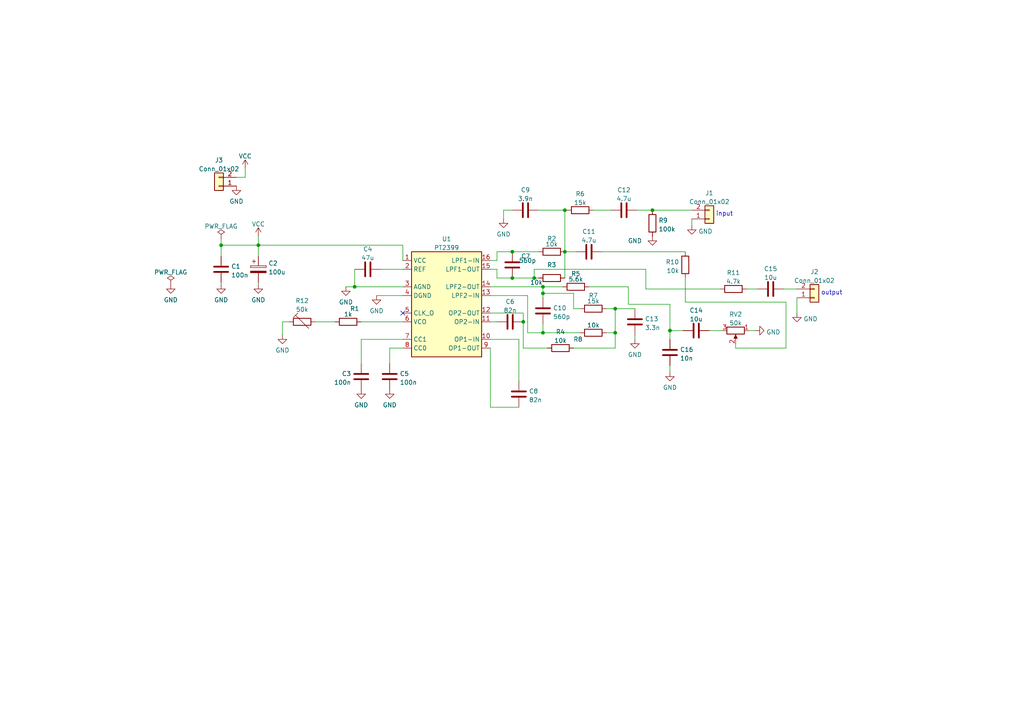
<source format=kicad_sch>
(kicad_sch (version 20211123) (generator eeschema)

  (uuid 7334f2b9-001f-4286-9454-0a7bda6796da)

  (paper "A4")

  (title_block
    (title "PT2399 Delay")
    (date "2022-08-21")
    (rev "20220820")
    (company "Kinoshita Laboratory")
  )

  (lib_symbols
    (symbol "Audio:PT2399" (in_bom yes) (on_board yes)
      (property "Reference" "U" (id 0) (at 0 17.78 0)
        (effects (font (size 1.27 1.27)))
      )
      (property "Value" "PT2399" (id 1) (at 0 -17.78 0)
        (effects (font (size 1.27 1.27)))
      )
      (property "Footprint" "" (id 2) (at 0 -10.16 0)
        (effects (font (size 1.27 1.27)) hide)
      )
      (property "Datasheet" "http://sound.westhost.com/pt2399.pdf" (id 3) (at 0 -10.16 0)
        (effects (font (size 1.27 1.27)) hide)
      )
      (property "ki_keywords" "CMOS ADC DAC 44K Digital processing VCO" (id 4) (at 0 0 0)
        (effects (font (size 1.27 1.27)) hide)
      )
      (property "ki_description" "Echo Processor IC" (id 5) (at 0 0 0)
        (effects (font (size 1.27 1.27)) hide)
      )
      (property "ki_fp_filters" "DIP-16*" (id 6) (at 0 0 0)
        (effects (font (size 1.27 1.27)) hide)
      )
      (symbol "PT2399_0_1"
        (rectangle (start -10.16 15.24) (end 10.16 -15.24)
          (stroke (width 0.254) (type default) (color 0 0 0 0))
          (fill (type background))
        )
      )
      (symbol "PT2399_1_1"
        (pin power_in line (at -12.7 12.7 0) (length 2.54)
          (name "VCC" (effects (font (size 1.27 1.27))))
          (number "1" (effects (font (size 1.27 1.27))))
        )
        (pin input line (at 12.7 -10.16 180) (length 2.54)
          (name "OP1-IN" (effects (font (size 1.27 1.27))))
          (number "10" (effects (font (size 1.27 1.27))))
        )
        (pin input line (at 12.7 -5.08 180) (length 2.54)
          (name "OP2-IN" (effects (font (size 1.27 1.27))))
          (number "11" (effects (font (size 1.27 1.27))))
        )
        (pin output line (at 12.7 -2.54 180) (length 2.54)
          (name "OP2-OUT" (effects (font (size 1.27 1.27))))
          (number "12" (effects (font (size 1.27 1.27))))
        )
        (pin input line (at 12.7 2.54 180) (length 2.54)
          (name "LPF2-IN" (effects (font (size 1.27 1.27))))
          (number "13" (effects (font (size 1.27 1.27))))
        )
        (pin output line (at 12.7 5.08 180) (length 2.54)
          (name "LPF2-OUT" (effects (font (size 1.27 1.27))))
          (number "14" (effects (font (size 1.27 1.27))))
        )
        (pin output line (at 12.7 10.16 180) (length 2.54)
          (name "LPF1-OUT" (effects (font (size 1.27 1.27))))
          (number "15" (effects (font (size 1.27 1.27))))
        )
        (pin input line (at 12.7 12.7 180) (length 2.54)
          (name "LPF1-IN" (effects (font (size 1.27 1.27))))
          (number "16" (effects (font (size 1.27 1.27))))
        )
        (pin passive line (at -12.7 10.16 0) (length 2.54)
          (name "REF" (effects (font (size 1.27 1.27))))
          (number "2" (effects (font (size 1.27 1.27))))
        )
        (pin power_in line (at -12.7 5.08 0) (length 2.54)
          (name "AGND" (effects (font (size 1.27 1.27))))
          (number "3" (effects (font (size 1.27 1.27))))
        )
        (pin power_in line (at -12.7 2.54 0) (length 2.54)
          (name "DGND" (effects (font (size 1.27 1.27))))
          (number "4" (effects (font (size 1.27 1.27))))
        )
        (pin passive line (at -12.7 -2.54 0) (length 2.54)
          (name "CLK_O" (effects (font (size 1.27 1.27))))
          (number "5" (effects (font (size 1.27 1.27))))
        )
        (pin passive line (at -12.7 -5.08 0) (length 2.54)
          (name "VCO" (effects (font (size 1.27 1.27))))
          (number "6" (effects (font (size 1.27 1.27))))
        )
        (pin passive line (at -12.7 -10.16 0) (length 2.54)
          (name "CC1" (effects (font (size 1.27 1.27))))
          (number "7" (effects (font (size 1.27 1.27))))
        )
        (pin passive line (at -12.7 -12.7 0) (length 2.54)
          (name "CC0" (effects (font (size 1.27 1.27))))
          (number "8" (effects (font (size 1.27 1.27))))
        )
        (pin output line (at 12.7 -12.7 180) (length 2.54)
          (name "OP1-OUT" (effects (font (size 1.27 1.27))))
          (number "9" (effects (font (size 1.27 1.27))))
        )
      )
    )
    (symbol "Connector_Generic:Conn_01x02" (pin_names (offset 1.016) hide) (in_bom yes) (on_board yes)
      (property "Reference" "J" (id 0) (at 0 2.54 0)
        (effects (font (size 1.27 1.27)))
      )
      (property "Value" "Conn_01x02" (id 1) (at 0 -5.08 0)
        (effects (font (size 1.27 1.27)))
      )
      (property "Footprint" "" (id 2) (at 0 0 0)
        (effects (font (size 1.27 1.27)) hide)
      )
      (property "Datasheet" "~" (id 3) (at 0 0 0)
        (effects (font (size 1.27 1.27)) hide)
      )
      (property "ki_keywords" "connector" (id 4) (at 0 0 0)
        (effects (font (size 1.27 1.27)) hide)
      )
      (property "ki_description" "Generic connector, single row, 01x02, script generated (kicad-library-utils/schlib/autogen/connector/)" (id 5) (at 0 0 0)
        (effects (font (size 1.27 1.27)) hide)
      )
      (property "ki_fp_filters" "Connector*:*_1x??_*" (id 6) (at 0 0 0)
        (effects (font (size 1.27 1.27)) hide)
      )
      (symbol "Conn_01x02_1_1"
        (rectangle (start -1.27 -2.413) (end 0 -2.667)
          (stroke (width 0.1524) (type default) (color 0 0 0 0))
          (fill (type none))
        )
        (rectangle (start -1.27 0.127) (end 0 -0.127)
          (stroke (width 0.1524) (type default) (color 0 0 0 0))
          (fill (type none))
        )
        (rectangle (start -1.27 1.27) (end 1.27 -3.81)
          (stroke (width 0.254) (type default) (color 0 0 0 0))
          (fill (type background))
        )
        (pin passive line (at -5.08 0 0) (length 3.81)
          (name "Pin_1" (effects (font (size 1.27 1.27))))
          (number "1" (effects (font (size 1.27 1.27))))
        )
        (pin passive line (at -5.08 -2.54 0) (length 3.81)
          (name "Pin_2" (effects (font (size 1.27 1.27))))
          (number "2" (effects (font (size 1.27 1.27))))
        )
      )
    )
    (symbol "Device:C" (pin_numbers hide) (pin_names (offset 0.254)) (in_bom yes) (on_board yes)
      (property "Reference" "C" (id 0) (at 0.635 2.54 0)
        (effects (font (size 1.27 1.27)) (justify left))
      )
      (property "Value" "C" (id 1) (at 0.635 -2.54 0)
        (effects (font (size 1.27 1.27)) (justify left))
      )
      (property "Footprint" "" (id 2) (at 0.9652 -3.81 0)
        (effects (font (size 1.27 1.27)) hide)
      )
      (property "Datasheet" "~" (id 3) (at 0 0 0)
        (effects (font (size 1.27 1.27)) hide)
      )
      (property "ki_keywords" "cap capacitor" (id 4) (at 0 0 0)
        (effects (font (size 1.27 1.27)) hide)
      )
      (property "ki_description" "Unpolarized capacitor" (id 5) (at 0 0 0)
        (effects (font (size 1.27 1.27)) hide)
      )
      (property "ki_fp_filters" "C_*" (id 6) (at 0 0 0)
        (effects (font (size 1.27 1.27)) hide)
      )
      (symbol "C_0_1"
        (polyline
          (pts
            (xy -2.032 -0.762)
            (xy 2.032 -0.762)
          )
          (stroke (width 0.508) (type default) (color 0 0 0 0))
          (fill (type none))
        )
        (polyline
          (pts
            (xy -2.032 0.762)
            (xy 2.032 0.762)
          )
          (stroke (width 0.508) (type default) (color 0 0 0 0))
          (fill (type none))
        )
      )
      (symbol "C_1_1"
        (pin passive line (at 0 3.81 270) (length 2.794)
          (name "~" (effects (font (size 1.27 1.27))))
          (number "1" (effects (font (size 1.27 1.27))))
        )
        (pin passive line (at 0 -3.81 90) (length 2.794)
          (name "~" (effects (font (size 1.27 1.27))))
          (number "2" (effects (font (size 1.27 1.27))))
        )
      )
    )
    (symbol "Device:C_Polarized" (pin_numbers hide) (pin_names (offset 0.254)) (in_bom yes) (on_board yes)
      (property "Reference" "C" (id 0) (at 0.635 2.54 0)
        (effects (font (size 1.27 1.27)) (justify left))
      )
      (property "Value" "C_Polarized" (id 1) (at 0.635 -2.54 0)
        (effects (font (size 1.27 1.27)) (justify left))
      )
      (property "Footprint" "" (id 2) (at 0.9652 -3.81 0)
        (effects (font (size 1.27 1.27)) hide)
      )
      (property "Datasheet" "~" (id 3) (at 0 0 0)
        (effects (font (size 1.27 1.27)) hide)
      )
      (property "ki_keywords" "cap capacitor" (id 4) (at 0 0 0)
        (effects (font (size 1.27 1.27)) hide)
      )
      (property "ki_description" "Polarized capacitor" (id 5) (at 0 0 0)
        (effects (font (size 1.27 1.27)) hide)
      )
      (property "ki_fp_filters" "CP_*" (id 6) (at 0 0 0)
        (effects (font (size 1.27 1.27)) hide)
      )
      (symbol "C_Polarized_0_1"
        (rectangle (start -2.286 0.508) (end 2.286 1.016)
          (stroke (width 0) (type default) (color 0 0 0 0))
          (fill (type none))
        )
        (polyline
          (pts
            (xy -1.778 2.286)
            (xy -0.762 2.286)
          )
          (stroke (width 0) (type default) (color 0 0 0 0))
          (fill (type none))
        )
        (polyline
          (pts
            (xy -1.27 2.794)
            (xy -1.27 1.778)
          )
          (stroke (width 0) (type default) (color 0 0 0 0))
          (fill (type none))
        )
        (rectangle (start 2.286 -0.508) (end -2.286 -1.016)
          (stroke (width 0) (type default) (color 0 0 0 0))
          (fill (type outline))
        )
      )
      (symbol "C_Polarized_1_1"
        (pin passive line (at 0 3.81 270) (length 2.794)
          (name "~" (effects (font (size 1.27 1.27))))
          (number "1" (effects (font (size 1.27 1.27))))
        )
        (pin passive line (at 0 -3.81 90) (length 2.794)
          (name "~" (effects (font (size 1.27 1.27))))
          (number "2" (effects (font (size 1.27 1.27))))
        )
      )
    )
    (symbol "Device:R" (pin_numbers hide) (pin_names (offset 0)) (in_bom yes) (on_board yes)
      (property "Reference" "R" (id 0) (at 2.032 0 90)
        (effects (font (size 1.27 1.27)))
      )
      (property "Value" "R" (id 1) (at 0 0 90)
        (effects (font (size 1.27 1.27)))
      )
      (property "Footprint" "" (id 2) (at -1.778 0 90)
        (effects (font (size 1.27 1.27)) hide)
      )
      (property "Datasheet" "~" (id 3) (at 0 0 0)
        (effects (font (size 1.27 1.27)) hide)
      )
      (property "ki_keywords" "R res resistor" (id 4) (at 0 0 0)
        (effects (font (size 1.27 1.27)) hide)
      )
      (property "ki_description" "Resistor" (id 5) (at 0 0 0)
        (effects (font (size 1.27 1.27)) hide)
      )
      (property "ki_fp_filters" "R_*" (id 6) (at 0 0 0)
        (effects (font (size 1.27 1.27)) hide)
      )
      (symbol "R_0_1"
        (rectangle (start -1.016 -2.54) (end 1.016 2.54)
          (stroke (width 0.254) (type default) (color 0 0 0 0))
          (fill (type none))
        )
      )
      (symbol "R_1_1"
        (pin passive line (at 0 3.81 270) (length 1.27)
          (name "~" (effects (font (size 1.27 1.27))))
          (number "1" (effects (font (size 1.27 1.27))))
        )
        (pin passive line (at 0 -3.81 90) (length 1.27)
          (name "~" (effects (font (size 1.27 1.27))))
          (number "2" (effects (font (size 1.27 1.27))))
        )
      )
    )
    (symbol "Device:R_Potentiometer" (pin_names (offset 1.016) hide) (in_bom yes) (on_board yes)
      (property "Reference" "RV" (id 0) (at -4.445 0 90)
        (effects (font (size 1.27 1.27)))
      )
      (property "Value" "R_Potentiometer" (id 1) (at -2.54 0 90)
        (effects (font (size 1.27 1.27)))
      )
      (property "Footprint" "" (id 2) (at 0 0 0)
        (effects (font (size 1.27 1.27)) hide)
      )
      (property "Datasheet" "~" (id 3) (at 0 0 0)
        (effects (font (size 1.27 1.27)) hide)
      )
      (property "ki_keywords" "resistor variable" (id 4) (at 0 0 0)
        (effects (font (size 1.27 1.27)) hide)
      )
      (property "ki_description" "Potentiometer" (id 5) (at 0 0 0)
        (effects (font (size 1.27 1.27)) hide)
      )
      (property "ki_fp_filters" "Potentiometer*" (id 6) (at 0 0 0)
        (effects (font (size 1.27 1.27)) hide)
      )
      (symbol "R_Potentiometer_0_1"
        (polyline
          (pts
            (xy 2.54 0)
            (xy 1.524 0)
          )
          (stroke (width 0) (type default) (color 0 0 0 0))
          (fill (type none))
        )
        (polyline
          (pts
            (xy 1.143 0)
            (xy 2.286 0.508)
            (xy 2.286 -0.508)
            (xy 1.143 0)
          )
          (stroke (width 0) (type default) (color 0 0 0 0))
          (fill (type outline))
        )
        (rectangle (start 1.016 2.54) (end -1.016 -2.54)
          (stroke (width 0.254) (type default) (color 0 0 0 0))
          (fill (type none))
        )
      )
      (symbol "R_Potentiometer_1_1"
        (pin passive line (at 0 3.81 270) (length 1.27)
          (name "1" (effects (font (size 1.27 1.27))))
          (number "1" (effects (font (size 1.27 1.27))))
        )
        (pin passive line (at 3.81 0 180) (length 1.27)
          (name "2" (effects (font (size 1.27 1.27))))
          (number "2" (effects (font (size 1.27 1.27))))
        )
        (pin passive line (at 0 -3.81 90) (length 1.27)
          (name "3" (effects (font (size 1.27 1.27))))
          (number "3" (effects (font (size 1.27 1.27))))
        )
      )
    )
    (symbol "Device:R_Trim" (pin_numbers hide) (pin_names (offset 0)) (in_bom yes) (on_board yes)
      (property "Reference" "R" (id 0) (at 2.54 -2.54 90)
        (effects (font (size 1.27 1.27)) (justify left))
      )
      (property "Value" "R_Trim" (id 1) (at -2.54 -0.635 90)
        (effects (font (size 1.27 1.27)) (justify left))
      )
      (property "Footprint" "" (id 2) (at -1.778 0 90)
        (effects (font (size 1.27 1.27)) hide)
      )
      (property "Datasheet" "~" (id 3) (at 0 0 0)
        (effects (font (size 1.27 1.27)) hide)
      )
      (property "ki_keywords" "R res resistor variable potentiometer trimmer" (id 4) (at 0 0 0)
        (effects (font (size 1.27 1.27)) hide)
      )
      (property "ki_description" "Trimmable resistor (preset resistor)" (id 5) (at 0 0 0)
        (effects (font (size 1.27 1.27)) hide)
      )
      (property "ki_fp_filters" "R_*" (id 6) (at 0 0 0)
        (effects (font (size 1.27 1.27)) hide)
      )
      (symbol "R_Trim_0_1"
        (rectangle (start -1.016 -2.54) (end 1.016 2.54)
          (stroke (width 0.254) (type default) (color 0 0 0 0))
          (fill (type none))
        )
        (polyline
          (pts
            (xy -1.905 -1.905)
            (xy 1.905 1.905)
            (xy 2.54 1.27)
            (xy 1.27 2.54)
          )
          (stroke (width 0) (type default) (color 0 0 0 0))
          (fill (type none))
        )
      )
      (symbol "R_Trim_1_1"
        (pin passive line (at 0 3.81 270) (length 1.27)
          (name "~" (effects (font (size 1.27 1.27))))
          (number "1" (effects (font (size 1.27 1.27))))
        )
        (pin passive line (at 0 -3.81 90) (length 1.27)
          (name "~" (effects (font (size 1.27 1.27))))
          (number "2" (effects (font (size 1.27 1.27))))
        )
      )
    )
    (symbol "power:GND" (power) (pin_names (offset 0)) (in_bom yes) (on_board yes)
      (property "Reference" "#PWR" (id 0) (at 0 -6.35 0)
        (effects (font (size 1.27 1.27)) hide)
      )
      (property "Value" "GND" (id 1) (at 0 -3.81 0)
        (effects (font (size 1.27 1.27)))
      )
      (property "Footprint" "" (id 2) (at 0 0 0)
        (effects (font (size 1.27 1.27)) hide)
      )
      (property "Datasheet" "" (id 3) (at 0 0 0)
        (effects (font (size 1.27 1.27)) hide)
      )
      (property "ki_keywords" "power-flag" (id 4) (at 0 0 0)
        (effects (font (size 1.27 1.27)) hide)
      )
      (property "ki_description" "Power symbol creates a global label with name \"GND\" , ground" (id 5) (at 0 0 0)
        (effects (font (size 1.27 1.27)) hide)
      )
      (symbol "GND_0_1"
        (polyline
          (pts
            (xy 0 0)
            (xy 0 -1.27)
            (xy 1.27 -1.27)
            (xy 0 -2.54)
            (xy -1.27 -1.27)
            (xy 0 -1.27)
          )
          (stroke (width 0) (type default) (color 0 0 0 0))
          (fill (type none))
        )
      )
      (symbol "GND_1_1"
        (pin power_in line (at 0 0 270) (length 0) hide
          (name "GND" (effects (font (size 1.27 1.27))))
          (number "1" (effects (font (size 1.27 1.27))))
        )
      )
    )
    (symbol "power:PWR_FLAG" (power) (pin_numbers hide) (pin_names (offset 0) hide) (in_bom yes) (on_board yes)
      (property "Reference" "#FLG" (id 0) (at 0 1.905 0)
        (effects (font (size 1.27 1.27)) hide)
      )
      (property "Value" "PWR_FLAG" (id 1) (at 0 3.81 0)
        (effects (font (size 1.27 1.27)))
      )
      (property "Footprint" "" (id 2) (at 0 0 0)
        (effects (font (size 1.27 1.27)) hide)
      )
      (property "Datasheet" "~" (id 3) (at 0 0 0)
        (effects (font (size 1.27 1.27)) hide)
      )
      (property "ki_keywords" "power-flag" (id 4) (at 0 0 0)
        (effects (font (size 1.27 1.27)) hide)
      )
      (property "ki_description" "Special symbol for telling ERC where power comes from" (id 5) (at 0 0 0)
        (effects (font (size 1.27 1.27)) hide)
      )
      (symbol "PWR_FLAG_0_0"
        (pin power_out line (at 0 0 90) (length 0)
          (name "pwr" (effects (font (size 1.27 1.27))))
          (number "1" (effects (font (size 1.27 1.27))))
        )
      )
      (symbol "PWR_FLAG_0_1"
        (polyline
          (pts
            (xy 0 0)
            (xy 0 1.27)
            (xy -1.016 1.905)
            (xy 0 2.54)
            (xy 1.016 1.905)
            (xy 0 1.27)
          )
          (stroke (width 0) (type default) (color 0 0 0 0))
          (fill (type none))
        )
      )
    )
    (symbol "power:VCC" (power) (pin_names (offset 0)) (in_bom yes) (on_board yes)
      (property "Reference" "#PWR" (id 0) (at 0 -3.81 0)
        (effects (font (size 1.27 1.27)) hide)
      )
      (property "Value" "VCC" (id 1) (at 0 3.81 0)
        (effects (font (size 1.27 1.27)))
      )
      (property "Footprint" "" (id 2) (at 0 0 0)
        (effects (font (size 1.27 1.27)) hide)
      )
      (property "Datasheet" "" (id 3) (at 0 0 0)
        (effects (font (size 1.27 1.27)) hide)
      )
      (property "ki_keywords" "power-flag" (id 4) (at 0 0 0)
        (effects (font (size 1.27 1.27)) hide)
      )
      (property "ki_description" "Power symbol creates a global label with name \"VCC\"" (id 5) (at 0 0 0)
        (effects (font (size 1.27 1.27)) hide)
      )
      (symbol "VCC_0_1"
        (polyline
          (pts
            (xy -0.762 1.27)
            (xy 0 2.54)
          )
          (stroke (width 0) (type default) (color 0 0 0 0))
          (fill (type none))
        )
        (polyline
          (pts
            (xy 0 0)
            (xy 0 2.54)
          )
          (stroke (width 0) (type default) (color 0 0 0 0))
          (fill (type none))
        )
        (polyline
          (pts
            (xy 0 2.54)
            (xy 0.762 1.27)
          )
          (stroke (width 0) (type default) (color 0 0 0 0))
          (fill (type none))
        )
      )
      (symbol "VCC_1_1"
        (pin power_in line (at 0 0 90) (length 0) hide
          (name "VCC" (effects (font (size 1.27 1.27))))
          (number "1" (effects (font (size 1.27 1.27))))
        )
      )
    )
  )

  (junction (at 157.48 96.52) (diameter 0) (color 0 0 0 0)
    (uuid 136cb877-1eef-4886-a3ac-efa1c45a45a1)
  )
  (junction (at 74.93 71.12) (diameter 0) (color 0 0 0 0)
    (uuid 2d0c49a2-1322-48ef-94ab-a09718dd58c1)
  )
  (junction (at 194.31 95.885) (diameter 0) (color 0 0 0 0)
    (uuid 2f378082-6065-43b5-8b6f-cc21f1cd1a0f)
  )
  (junction (at 148.59 80.645) (diameter 0) (color 0 0 0 0)
    (uuid 390ac9d9-b908-43c4-ae01-becea5a8508b)
  )
  (junction (at 189.23 60.96) (diameter 0) (color 0 0 0 0)
    (uuid 488c2605-88fe-4293-a79d-3f69591fa44d)
  )
  (junction (at 178.435 96.52) (diameter 0) (color 0 0 0 0)
    (uuid 7ad50503-9cbb-4943-922f-94c764400e77)
  )
  (junction (at 154.94 80.645) (diameter 0) (color 0 0 0 0)
    (uuid 7fd47361-b3d5-48fa-ba0a-4a17519e451f)
  )
  (junction (at 102.87 83.185) (diameter 0) (color 0 0 0 0)
    (uuid 83fa4912-b425-4b23-a5f9-04a90a1d38b3)
  )
  (junction (at 64.135 71.12) (diameter 0) (color 0 0 0 0)
    (uuid 870d7fd0-d32a-4c81-a67e-d4617a5dc905)
  )
  (junction (at 148.59 73.025) (diameter 0) (color 0 0 0 0)
    (uuid 87a15374-e1b5-4093-859a-711376843ba1)
  )
  (junction (at 151.765 93.345) (diameter 0) (color 0 0 0 0)
    (uuid 973019ab-885b-49a8-91b8-dd7d5d9e2f43)
  )
  (junction (at 163.83 60.96) (diameter 0) (color 0 0 0 0)
    (uuid c2d0fce8-e9ef-4506-b7b0-035868b3d7d1)
  )
  (junction (at 157.48 85.09) (diameter 0) (color 0 0 0 0)
    (uuid c7900d82-f7c1-4e17-8683-8f368e86e83d)
  )
  (junction (at 178.435 89.535) (diameter 0) (color 0 0 0 0)
    (uuid c9283f30-4e96-4b41-a8e0-2798c7a05c89)
  )
  (junction (at 163.83 73.025) (diameter 0) (color 0 0 0 0)
    (uuid ca11ce7b-0998-4574-be58-5b220e829ada)
  )
  (junction (at 157.48 83.185) (diameter 0) (color 0 0 0 0)
    (uuid f90a2e60-89f9-4355-9a8e-807858d838f5)
  )

  (no_connect (at 116.84 90.805) (uuid b6ea9198-31d6-49f6-a477-ba5357fdca1a))

  (wire (pts (xy 142.24 85.725) (xy 153.035 85.725))
    (stroke (width 0) (type default) (color 0 0 0 0))
    (uuid 045b2366-719c-4ed4-9ad0-52294586dceb)
  )
  (wire (pts (xy 71.12 51.435) (xy 71.12 48.895))
    (stroke (width 0) (type default) (color 0 0 0 0))
    (uuid 0be1938b-ace6-48b4-a388-0d01db159b83)
  )
  (wire (pts (xy 157.48 83.185) (xy 163.195 83.185))
    (stroke (width 0) (type default) (color 0 0 0 0))
    (uuid 0e0bd000-da2e-479c-8fe3-e27d9478d8f9)
  )
  (wire (pts (xy 157.48 93.98) (xy 157.48 96.52))
    (stroke (width 0) (type default) (color 0 0 0 0))
    (uuid 0e913eda-13e8-4e49-8b3e-73c4a0cd514d)
  )
  (wire (pts (xy 116.84 83.185) (xy 102.87 83.185))
    (stroke (width 0) (type default) (color 0 0 0 0))
    (uuid 0ffd794e-5045-49d5-aa49-023486348cd7)
  )
  (wire (pts (xy 184.785 60.96) (xy 189.23 60.96))
    (stroke (width 0) (type default) (color 0 0 0 0))
    (uuid 110e0ffd-bee4-4980-9450-3d3ce7e0783e)
  )
  (wire (pts (xy 157.48 85.09) (xy 157.48 86.36))
    (stroke (width 0) (type default) (color 0 0 0 0))
    (uuid 111e37ec-448e-4f99-b840-4cb8ac0ce558)
  )
  (wire (pts (xy 64.135 71.12) (xy 74.93 71.12))
    (stroke (width 0) (type default) (color 0 0 0 0))
    (uuid 117cef2f-1cb1-4489-8b73-e9268ce97691)
  )
  (wire (pts (xy 68.58 51.435) (xy 71.12 51.435))
    (stroke (width 0) (type default) (color 0 0 0 0))
    (uuid 1598ea29-c429-4848-8ac4-0fd8a7773661)
  )
  (wire (pts (xy 74.93 68.58) (xy 74.93 71.12))
    (stroke (width 0) (type default) (color 0 0 0 0))
    (uuid 17731518-4794-442e-8b5a-54809ab13cb1)
  )
  (wire (pts (xy 142.24 75.565) (xy 144.145 75.565))
    (stroke (width 0) (type default) (color 0 0 0 0))
    (uuid 1853add3-a8e5-4c8d-9596-342f9a8b17b9)
  )
  (wire (pts (xy 74.93 81.915) (xy 74.93 82.55))
    (stroke (width 0) (type default) (color 0 0 0 0))
    (uuid 18ddb0b6-434a-4fd3-8b46-0798af0c9497)
  )
  (wire (pts (xy 154.94 80.645) (xy 156.21 80.645))
    (stroke (width 0) (type default) (color 0 0 0 0))
    (uuid 1abcc882-df99-4369-b5a1-6179b872ff2a)
  )
  (wire (pts (xy 227.965 87.63) (xy 227.965 100.965))
    (stroke (width 0) (type default) (color 0 0 0 0))
    (uuid 1e7d4a20-1e4d-4b0b-a798-ba6818a03d6b)
  )
  (wire (pts (xy 198.755 87.63) (xy 227.965 87.63))
    (stroke (width 0) (type default) (color 0 0 0 0))
    (uuid 1f9ad8e4-45bc-425e-82cb-f6a2dbbdda55)
  )
  (wire (pts (xy 163.83 73.025) (xy 167.005 73.025))
    (stroke (width 0) (type default) (color 0 0 0 0))
    (uuid 222fbe7d-e89b-44c3-9723-98388b728fdc)
  )
  (wire (pts (xy 200.66 63.5) (xy 200.66 65.405))
    (stroke (width 0) (type default) (color 0 0 0 0))
    (uuid 23de4363-c6cf-4d98-a1f2-0343f22f348e)
  )
  (wire (pts (xy 194.31 95.885) (xy 198.12 95.885))
    (stroke (width 0) (type default) (color 0 0 0 0))
    (uuid 2984738c-ac3a-426c-ab97-8199ff8fa6df)
  )
  (wire (pts (xy 163.83 73.025) (xy 163.83 80.645))
    (stroke (width 0) (type default) (color 0 0 0 0))
    (uuid 2a9e4496-f12c-4676-b6cb-84baf1da1e58)
  )
  (wire (pts (xy 194.31 88.265) (xy 194.31 95.885))
    (stroke (width 0) (type default) (color 0 0 0 0))
    (uuid 2c1a371b-e161-4936-be47-b941b5df307e)
  )
  (wire (pts (xy 144.145 75.565) (xy 144.145 73.025))
    (stroke (width 0) (type default) (color 0 0 0 0))
    (uuid 2e455287-e1b0-44a5-9fc4-728fa1b7761f)
  )
  (wire (pts (xy 153.035 85.725) (xy 153.035 96.52))
    (stroke (width 0) (type default) (color 0 0 0 0))
    (uuid 38a50abb-0cec-4259-bb15-cae4cd9e2561)
  )
  (wire (pts (xy 148.59 73.025) (xy 156.21 73.025))
    (stroke (width 0) (type default) (color 0 0 0 0))
    (uuid 3ad36e30-6ccb-46d7-8e69-04f88ca8c8c6)
  )
  (wire (pts (xy 104.775 93.345) (xy 116.84 93.345))
    (stroke (width 0) (type default) (color 0 0 0 0))
    (uuid 3ca4144d-aed5-470a-8d7e-1a6c6ddc90a2)
  )
  (wire (pts (xy 205.74 95.885) (xy 209.55 95.885))
    (stroke (width 0) (type default) (color 0 0 0 0))
    (uuid 401fb94d-4bf0-47e3-b354-e98b2ec110be)
  )
  (wire (pts (xy 100.33 83.185) (xy 102.87 83.185))
    (stroke (width 0) (type default) (color 0 0 0 0))
    (uuid 4036522c-32d4-46a3-9142-6ba6c808a91e)
  )
  (wire (pts (xy 182.245 88.265) (xy 194.31 88.265))
    (stroke (width 0) (type default) (color 0 0 0 0))
    (uuid 4639dcf9-067e-4c82-86fa-93dd0fc2a158)
  )
  (wire (pts (xy 168.275 89.535) (xy 166.37 89.535))
    (stroke (width 0) (type default) (color 0 0 0 0))
    (uuid 485b4af7-a234-4515-9770-ea02c2a1e626)
  )
  (wire (pts (xy 182.245 83.185) (xy 182.245 88.265))
    (stroke (width 0) (type default) (color 0 0 0 0))
    (uuid 4994186b-b1fc-4c4c-90e9-278d32edaf74)
  )
  (wire (pts (xy 148.59 80.645) (xy 144.145 80.645))
    (stroke (width 0) (type default) (color 0 0 0 0))
    (uuid 49e3a9ca-2052-4e36-9d76-a555dc483694)
  )
  (wire (pts (xy 157.48 83.185) (xy 157.48 85.09))
    (stroke (width 0) (type default) (color 0 0 0 0))
    (uuid 4a95f96b-781d-44fa-b209-b79c7cad7569)
  )
  (wire (pts (xy 144.145 73.025) (xy 148.59 73.025))
    (stroke (width 0) (type default) (color 0 0 0 0))
    (uuid 507c93af-2e64-432f-b784-f69839b424b3)
  )
  (wire (pts (xy 172.085 60.96) (xy 177.165 60.96))
    (stroke (width 0) (type default) (color 0 0 0 0))
    (uuid 51a4daee-6a2a-431f-856a-70d16e82bc46)
  )
  (wire (pts (xy 166.37 85.09) (xy 157.48 85.09))
    (stroke (width 0) (type default) (color 0 0 0 0))
    (uuid 58429c13-79c4-4fc3-bbb5-cac92636eb85)
  )
  (wire (pts (xy 216.535 83.82) (xy 219.71 83.82))
    (stroke (width 0) (type default) (color 0 0 0 0))
    (uuid 62428093-e8b2-4db1-b365-819647bf7018)
  )
  (wire (pts (xy 64.135 81.915) (xy 64.135 82.55))
    (stroke (width 0) (type default) (color 0 0 0 0))
    (uuid 6289456d-bb9c-4cc7-afa2-6086632a431d)
  )
  (wire (pts (xy 231.14 86.36) (xy 231.14 90.805))
    (stroke (width 0) (type default) (color 0 0 0 0))
    (uuid 6492f276-8321-4173-8296-a30a0f88e06e)
  )
  (wire (pts (xy 187.325 78.105) (xy 187.325 83.82))
    (stroke (width 0) (type default) (color 0 0 0 0))
    (uuid 65fe24a5-7387-45e0-b33b-a8d793d6ad8a)
  )
  (wire (pts (xy 116.84 100.965) (xy 113.03 100.965))
    (stroke (width 0) (type default) (color 0 0 0 0))
    (uuid 68d9bdbd-b918-420e-97ce-e35c5e874a42)
  )
  (wire (pts (xy 213.36 100.965) (xy 213.36 99.695))
    (stroke (width 0) (type default) (color 0 0 0 0))
    (uuid 73a70a32-587d-4a4c-9e87-db71b75a4c8a)
  )
  (wire (pts (xy 91.44 93.345) (xy 97.155 93.345))
    (stroke (width 0) (type default) (color 0 0 0 0))
    (uuid 73fd37bb-4211-42d2-b6f6-bafda4d26c09)
  )
  (wire (pts (xy 109.22 85.725) (xy 116.84 85.725))
    (stroke (width 0) (type default) (color 0 0 0 0))
    (uuid 7676b254-e3aa-490d-90d7-055330a913ba)
  )
  (wire (pts (xy 166.37 89.535) (xy 166.37 85.09))
    (stroke (width 0) (type default) (color 0 0 0 0))
    (uuid 7c038490-bdbb-4c8d-a3cb-bfcfec13cf5e)
  )
  (wire (pts (xy 166.37 100.965) (xy 178.435 100.965))
    (stroke (width 0) (type default) (color 0 0 0 0))
    (uuid 7f65d103-c65d-4973-9a9f-093e30f5b1a8)
  )
  (wire (pts (xy 151.765 93.345) (xy 151.765 100.965))
    (stroke (width 0) (type default) (color 0 0 0 0))
    (uuid 848136bb-97b8-4936-84d6-e4267315472b)
  )
  (wire (pts (xy 184.15 97.155) (xy 184.15 98.425))
    (stroke (width 0) (type default) (color 0 0 0 0))
    (uuid 858c5400-01fd-4957-b4aa-1c76dd938c79)
  )
  (wire (pts (xy 81.915 93.345) (xy 81.915 97.155))
    (stroke (width 0) (type default) (color 0 0 0 0))
    (uuid 8711c262-78d4-412b-8fcb-21b32b7bc384)
  )
  (wire (pts (xy 156.21 60.96) (xy 163.83 60.96))
    (stroke (width 0) (type default) (color 0 0 0 0))
    (uuid 8a026326-0f02-4c8a-8e66-3b65aedf3f6e)
  )
  (wire (pts (xy 150.495 118.11) (xy 142.24 118.11))
    (stroke (width 0) (type default) (color 0 0 0 0))
    (uuid 8cd27614-a7fb-47fa-9d9e-2ba92107f4c7)
  )
  (wire (pts (xy 175.895 89.535) (xy 178.435 89.535))
    (stroke (width 0) (type default) (color 0 0 0 0))
    (uuid 8d945bf7-67bd-48ae-9f4b-981a3488ac2d)
  )
  (wire (pts (xy 178.435 100.965) (xy 178.435 96.52))
    (stroke (width 0) (type default) (color 0 0 0 0))
    (uuid 9070dbd1-ee02-4e76-a135-de0d10eef654)
  )
  (wire (pts (xy 116.84 98.425) (xy 104.775 98.425))
    (stroke (width 0) (type default) (color 0 0 0 0))
    (uuid 9084bee2-7100-4019-ba01-ab839b2298db)
  )
  (wire (pts (xy 151.765 100.965) (xy 158.75 100.965))
    (stroke (width 0) (type default) (color 0 0 0 0))
    (uuid 90d016fc-838c-4522-bc09-8754f6b66157)
  )
  (wire (pts (xy 198.755 80.645) (xy 198.755 87.63))
    (stroke (width 0) (type default) (color 0 0 0 0))
    (uuid 92a16574-c623-4e52-8226-5a6c05fe5201)
  )
  (wire (pts (xy 178.435 89.535) (xy 184.15 89.535))
    (stroke (width 0) (type default) (color 0 0 0 0))
    (uuid 935820c5-9f18-4381-b47c-af7a7c875902)
  )
  (wire (pts (xy 178.435 96.52) (xy 178.435 89.535))
    (stroke (width 0) (type default) (color 0 0 0 0))
    (uuid 9f0e3e28-bb92-4099-9312-cf3bd0206a7f)
  )
  (wire (pts (xy 227.33 83.82) (xy 231.14 83.82))
    (stroke (width 0) (type default) (color 0 0 0 0))
    (uuid a26c424a-f7a2-4429-b5c1-e243f8548cc3)
  )
  (wire (pts (xy 142.24 118.11) (xy 142.24 100.965))
    (stroke (width 0) (type default) (color 0 0 0 0))
    (uuid a54b8948-1ba2-41ee-b12a-db20e33bc3b7)
  )
  (wire (pts (xy 194.31 98.425) (xy 194.31 95.885))
    (stroke (width 0) (type default) (color 0 0 0 0))
    (uuid a7990a22-63bc-4aad-9f04-e6beeac62bf7)
  )
  (wire (pts (xy 142.24 98.425) (xy 150.495 98.425))
    (stroke (width 0) (type default) (color 0 0 0 0))
    (uuid a9c2e564-82f6-4800-9f6d-e667173b6b44)
  )
  (wire (pts (xy 194.31 106.045) (xy 194.31 107.95))
    (stroke (width 0) (type default) (color 0 0 0 0))
    (uuid b3b953bc-146c-4532-8c47-f415b3681fd6)
  )
  (wire (pts (xy 150.495 98.425) (xy 150.495 110.49))
    (stroke (width 0) (type default) (color 0 0 0 0))
    (uuid b9302b9e-a07b-4169-b4f9-b6d5a48a66c2)
  )
  (wire (pts (xy 154.94 80.645) (xy 154.94 78.105))
    (stroke (width 0) (type default) (color 0 0 0 0))
    (uuid b930cc7f-473f-41ff-84ff-94a2b7263b0b)
  )
  (wire (pts (xy 157.48 96.52) (xy 168.275 96.52))
    (stroke (width 0) (type default) (color 0 0 0 0))
    (uuid bb9168d2-58fb-4148-8a79-4b0000f6e7f2)
  )
  (wire (pts (xy 81.915 93.345) (xy 83.82 93.345))
    (stroke (width 0) (type default) (color 0 0 0 0))
    (uuid bbe59554-ab6e-4bf5-804e-418f4ca9e675)
  )
  (wire (pts (xy 144.145 80.645) (xy 144.145 78.105))
    (stroke (width 0) (type default) (color 0 0 0 0))
    (uuid be2b33eb-89c3-4c7e-8948-3341690b1505)
  )
  (wire (pts (xy 116.84 71.12) (xy 116.84 75.565))
    (stroke (width 0) (type default) (color 0 0 0 0))
    (uuid bfaadac2-189c-4a51-a1df-a88b6aa78dfc)
  )
  (wire (pts (xy 146.05 60.96) (xy 146.05 63.5))
    (stroke (width 0) (type default) (color 0 0 0 0))
    (uuid c1056ed9-3b3a-46e6-90d8-01baab689c59)
  )
  (wire (pts (xy 189.23 60.96) (xy 200.66 60.96))
    (stroke (width 0) (type default) (color 0 0 0 0))
    (uuid c17a99ab-4ed0-4d9c-a538-7b138eb4234d)
  )
  (wire (pts (xy 148.59 80.645) (xy 154.94 80.645))
    (stroke (width 0) (type default) (color 0 0 0 0))
    (uuid c412162b-e448-4386-8e60-713272346ade)
  )
  (wire (pts (xy 163.83 60.96) (xy 164.465 60.96))
    (stroke (width 0) (type default) (color 0 0 0 0))
    (uuid c4d6b9bc-7d2f-4601-aa7e-8a84fba9bf34)
  )
  (wire (pts (xy 148.59 60.96) (xy 146.05 60.96))
    (stroke (width 0) (type default) (color 0 0 0 0))
    (uuid c67d7c06-1c22-43ce-8d8e-e8c3517f935f)
  )
  (wire (pts (xy 142.24 90.805) (xy 151.765 90.805))
    (stroke (width 0) (type default) (color 0 0 0 0))
    (uuid c6e0bcde-db0a-4334-9f49-83330e60dc6a)
  )
  (wire (pts (xy 142.24 93.345) (xy 144.145 93.345))
    (stroke (width 0) (type default) (color 0 0 0 0))
    (uuid cf5d6e30-0cfd-4886-be50-f5053c5d32b1)
  )
  (wire (pts (xy 175.895 96.52) (xy 178.435 96.52))
    (stroke (width 0) (type default) (color 0 0 0 0))
    (uuid d41caefe-9eda-411f-84ef-9e67321b566b)
  )
  (wire (pts (xy 163.83 60.96) (xy 163.83 73.025))
    (stroke (width 0) (type default) (color 0 0 0 0))
    (uuid d6061bad-d5b2-41ee-9fdd-0673696bf560)
  )
  (wire (pts (xy 174.625 73.025) (xy 198.755 73.025))
    (stroke (width 0) (type default) (color 0 0 0 0))
    (uuid d6c7f2ce-903c-4566-ae02-04c1391e7b1f)
  )
  (wire (pts (xy 64.135 69.215) (xy 64.135 71.12))
    (stroke (width 0) (type default) (color 0 0 0 0))
    (uuid d859a701-a23b-433c-add1-48dbdea2f36c)
  )
  (wire (pts (xy 153.035 96.52) (xy 157.48 96.52))
    (stroke (width 0) (type default) (color 0 0 0 0))
    (uuid dc13c938-a36d-4b17-9db9-da30226fddd8)
  )
  (wire (pts (xy 104.775 98.425) (xy 104.775 105.41))
    (stroke (width 0) (type default) (color 0 0 0 0))
    (uuid dcb09901-2fdd-4be1-a890-bea19cb5ebac)
  )
  (wire (pts (xy 217.17 95.885) (xy 219.075 95.885))
    (stroke (width 0) (type default) (color 0 0 0 0))
    (uuid df8eb839-f9cf-49a0-8eb4-c87f3e4ee5d6)
  )
  (wire (pts (xy 142.24 83.185) (xy 157.48 83.185))
    (stroke (width 0) (type default) (color 0 0 0 0))
    (uuid e1d29014-9258-4af2-a34f-73274c2db25a)
  )
  (wire (pts (xy 170.815 83.185) (xy 182.245 83.185))
    (stroke (width 0) (type default) (color 0 0 0 0))
    (uuid e7b5738b-8d4a-4e07-949c-eca07f6f1556)
  )
  (wire (pts (xy 74.93 71.12) (xy 74.93 74.295))
    (stroke (width 0) (type default) (color 0 0 0 0))
    (uuid eb0c88ce-b654-4f12-ad63-20370d21640e)
  )
  (wire (pts (xy 110.49 78.105) (xy 116.84 78.105))
    (stroke (width 0) (type default) (color 0 0 0 0))
    (uuid eb590b75-3da8-4645-bebe-13dd47ba25d5)
  )
  (wire (pts (xy 227.965 100.965) (xy 213.36 100.965))
    (stroke (width 0) (type default) (color 0 0 0 0))
    (uuid eb919bf4-0072-4273-97b3-3cc013afe603)
  )
  (wire (pts (xy 154.94 78.105) (xy 187.325 78.105))
    (stroke (width 0) (type default) (color 0 0 0 0))
    (uuid ee270c57-ec0b-48b6-860b-7c87d02b3aeb)
  )
  (wire (pts (xy 187.325 83.82) (xy 208.915 83.82))
    (stroke (width 0) (type default) (color 0 0 0 0))
    (uuid ef5d8119-4900-439b-84af-f86580fbea35)
  )
  (wire (pts (xy 64.135 74.295) (xy 64.135 71.12))
    (stroke (width 0) (type default) (color 0 0 0 0))
    (uuid f693e0f0-3b72-48e6-9744-9424b1a47bf3)
  )
  (wire (pts (xy 144.145 78.105) (xy 142.24 78.105))
    (stroke (width 0) (type default) (color 0 0 0 0))
    (uuid f6a00c71-b2d6-4485-a148-81a14f6b1f7d)
  )
  (wire (pts (xy 102.87 83.185) (xy 102.87 78.105))
    (stroke (width 0) (type default) (color 0 0 0 0))
    (uuid f7877183-cb27-4711-ad1b-cdab6d5ab86e)
  )
  (wire (pts (xy 113.03 100.965) (xy 113.03 105.41))
    (stroke (width 0) (type default) (color 0 0 0 0))
    (uuid f853e35c-6d5a-4abe-8391-8daff342a5dd)
  )
  (wire (pts (xy 74.93 71.12) (xy 116.84 71.12))
    (stroke (width 0) (type default) (color 0 0 0 0))
    (uuid f9c0fa9a-4c18-4284-ae5b-3ec5b7b74b85)
  )
  (wire (pts (xy 151.765 90.805) (xy 151.765 93.345))
    (stroke (width 0) (type default) (color 0 0 0 0))
    (uuid fa92920a-1947-4358-8971-6f103699346d)
  )

  (text "input" (at 207.645 62.865 0)
    (effects (font (size 1.27 1.27)) (justify left bottom))
    (uuid 94cb59c3-8964-427c-a2ab-a9df955ad352)
  )
  (text "output" (at 238.125 85.725 0)
    (effects (font (size 1.27 1.27)) (justify left bottom))
    (uuid c86e5741-bde9-4b9e-bb72-5c01692929ef)
  )

  (symbol (lib_id "power:GND") (at 184.15 98.425 0) (unit 1)
    (in_bom yes) (on_board yes) (fields_autoplaced)
    (uuid 00527523-ec2b-49ac-9802-a39c875823c8)
    (property "Reference" "#PWR09" (id 0) (at 184.15 104.775 0)
      (effects (font (size 1.27 1.27)) hide)
    )
    (property "Value" "GND" (id 1) (at 184.15 102.8684 0))
    (property "Footprint" "" (id 2) (at 184.15 98.425 0)
      (effects (font (size 1.27 1.27)) hide)
    )
    (property "Datasheet" "" (id 3) (at 184.15 98.425 0)
      (effects (font (size 1.27 1.27)) hide)
    )
    (pin "1" (uuid d3a1507c-8ce0-448e-b7aa-48707fbd4309))
  )

  (symbol (lib_id "Device:C") (at 64.135 78.105 180) (unit 1)
    (in_bom yes) (on_board yes) (fields_autoplaced)
    (uuid 00e9daa5-4c39-4d69-b1ac-afd4f92a6101)
    (property "Reference" "C1" (id 0) (at 67.056 77.2703 0)
      (effects (font (size 1.27 1.27)) (justify right))
    )
    (property "Value" "100n" (id 1) (at 67.056 79.8072 0)
      (effects (font (size 1.27 1.27)) (justify right))
    )
    (property "Footprint" "Capacitor_SMD:C_0402_1005Metric_Pad0.74x0.62mm_HandSolder" (id 2) (at 63.1698 74.295 0)
      (effects (font (size 1.27 1.27)) hide)
    )
    (property "Datasheet" "~" (id 3) (at 64.135 78.105 0)
      (effects (font (size 1.27 1.27)) hide)
    )
    (property "LCSC" "C1525" (id 4) (at 64.135 78.105 90)
      (effects (font (size 1.27 1.27)) hide)
    )
    (pin "1" (uuid c6b3530e-34e7-48be-a2e4-efd6d6fe3e9b))
    (pin "2" (uuid 2fff168f-591b-4946-a562-e7fb0cce3bfe))
  )

  (symbol (lib_id "Device:C") (at 106.68 78.105 90) (unit 1)
    (in_bom yes) (on_board yes) (fields_autoplaced)
    (uuid 020198b2-0b48-40c1-8832-8fd57f10ee9c)
    (property "Reference" "C4" (id 0) (at 106.68 72.2462 90))
    (property "Value" "47u" (id 1) (at 106.68 74.7831 90))
    (property "Footprint" "Capacitor_SMD:C_1206_3216Metric_Pad1.33x1.80mm_HandSolder" (id 2) (at 110.49 77.1398 0)
      (effects (font (size 1.27 1.27)) hide)
    )
    (property "Datasheet" "~" (id 3) (at 106.68 78.105 0)
      (effects (font (size 1.27 1.27)) hide)
    )
    (property "LCSC" "C403725" (id 4) (at 106.68 78.105 90)
      (effects (font (size 1.27 1.27)) hide)
    )
    (pin "1" (uuid bc27fc9f-d352-4f8c-a7b4-6b02f02ef0a1))
    (pin "2" (uuid e4169ef8-8fbc-4886-8a95-dff06881419f))
  )

  (symbol (lib_id "Device:R_Trim") (at 87.63 93.345 90) (unit 1)
    (in_bom yes) (on_board yes) (fields_autoplaced)
    (uuid 0f2472ff-2382-4850-aca0-adb27c2781b5)
    (property "Reference" "R12" (id 0) (at 87.63 87.2322 90))
    (property "Value" "50k" (id 1) (at 87.63 89.7691 90))
    (property "Footprint" "Connector_PinHeader_2.54mm:PinHeader_1x02_P2.54mm_Vertical" (id 2) (at 87.63 95.123 90)
      (effects (font (size 1.27 1.27)) hide)
    )
    (property "Datasheet" "~" (id 3) (at 87.63 93.345 0)
      (effects (font (size 1.27 1.27)) hide)
    )
    (pin "1" (uuid 778434c2-8241-42aa-9e21-9ddc13a837be))
    (pin "2" (uuid e49b4d01-5097-4c1b-9b98-343962758e45))
  )

  (symbol (lib_id "power:GND") (at 146.05 63.5 0) (unit 1)
    (in_bom yes) (on_board yes) (fields_autoplaced)
    (uuid 164f3a24-92c2-41a0-ace1-55995ab94314)
    (property "Reference" "#PWR08" (id 0) (at 146.05 69.85 0)
      (effects (font (size 1.27 1.27)) hide)
    )
    (property "Value" "GND" (id 1) (at 146.05 67.9434 0))
    (property "Footprint" "" (id 2) (at 146.05 63.5 0)
      (effects (font (size 1.27 1.27)) hide)
    )
    (property "Datasheet" "" (id 3) (at 146.05 63.5 0)
      (effects (font (size 1.27 1.27)) hide)
    )
    (pin "1" (uuid 67be5fe7-3e77-4162-98e7-3d8c582beb21))
  )

  (symbol (lib_id "Device:C") (at 113.03 109.22 180) (unit 1)
    (in_bom yes) (on_board yes) (fields_autoplaced)
    (uuid 19baac89-661e-413b-8ec0-e6a03321b8ea)
    (property "Reference" "C5" (id 0) (at 115.951 108.3853 0)
      (effects (font (size 1.27 1.27)) (justify right))
    )
    (property "Value" "100n" (id 1) (at 115.951 110.9222 0)
      (effects (font (size 1.27 1.27)) (justify right))
    )
    (property "Footprint" "Capacitor_SMD:C_0402_1005Metric_Pad0.74x0.62mm_HandSolder" (id 2) (at 112.0648 105.41 0)
      (effects (font (size 1.27 1.27)) hide)
    )
    (property "Datasheet" "~" (id 3) (at 113.03 109.22 0)
      (effects (font (size 1.27 1.27)) hide)
    )
    (property "LCSC" "C1525" (id 4) (at 113.03 109.22 90)
      (effects (font (size 1.27 1.27)) hide)
    )
    (pin "1" (uuid 7a7c4aed-b8a6-48e1-8148-f085bab88258))
    (pin "2" (uuid 7d087ec8-5a45-4af0-a74e-7102422e63c5))
  )

  (symbol (lib_id "power:GND") (at 81.915 97.155 0) (unit 1)
    (in_bom yes) (on_board yes) (fields_autoplaced)
    (uuid 19d012af-6e6b-4749-b5fb-d57bb6b2d7af)
    (property "Reference" "#PWR03" (id 0) (at 81.915 103.505 0)
      (effects (font (size 1.27 1.27)) hide)
    )
    (property "Value" "GND" (id 1) (at 81.915 101.5984 0))
    (property "Footprint" "" (id 2) (at 81.915 97.155 0)
      (effects (font (size 1.27 1.27)) hide)
    )
    (property "Datasheet" "" (id 3) (at 81.915 97.155 0)
      (effects (font (size 1.27 1.27)) hide)
    )
    (pin "1" (uuid c734af5d-270c-4194-a195-c4c29a1ff66f))
  )

  (symbol (lib_id "Device:R") (at 162.56 100.965 90) (unit 1)
    (in_bom yes) (on_board yes) (fields_autoplaced)
    (uuid 1a8c4556-69ce-4df9-a57f-c21a0fefa90e)
    (property "Reference" "R4" (id 0) (at 162.56 96.2492 90))
    (property "Value" "10k" (id 1) (at 162.56 98.7861 90))
    (property "Footprint" "Resistor_SMD:R_0402_1005Metric_Pad0.72x0.64mm_HandSolder" (id 2) (at 162.56 102.743 90)
      (effects (font (size 1.27 1.27)) hide)
    )
    (property "Datasheet" "~" (id 3) (at 162.56 100.965 0)
      (effects (font (size 1.27 1.27)) hide)
    )
    (property "LCSC" "C25744" (id 4) (at 162.56 100.965 0)
      (effects (font (size 1.27 1.27)) hide)
    )
    (pin "1" (uuid 9131c41c-c955-4b75-bf24-f1c95d72c480))
    (pin "2" (uuid 4c3a3051-cbf2-4408-9250-559266c3ec76))
  )

  (symbol (lib_id "power:VCC") (at 74.93 68.58 0) (unit 1)
    (in_bom yes) (on_board yes) (fields_autoplaced)
    (uuid 22fb0ed8-68ab-422d-a2dc-8e8a0588a28c)
    (property "Reference" "#PWR0102" (id 0) (at 74.93 72.39 0)
      (effects (font (size 1.27 1.27)) hide)
    )
    (property "Value" "VCC" (id 1) (at 74.93 65.0042 0))
    (property "Footprint" "" (id 2) (at 74.93 68.58 0)
      (effects (font (size 1.27 1.27)) hide)
    )
    (property "Datasheet" "" (id 3) (at 74.93 68.58 0)
      (effects (font (size 1.27 1.27)) hide)
    )
    (pin "1" (uuid 661ef5be-fb3b-492a-8fcb-e86e0aa4fd0f))
  )

  (symbol (lib_id "power:GND") (at 68.58 53.975 0) (unit 1)
    (in_bom yes) (on_board yes) (fields_autoplaced)
    (uuid 2503b892-0296-47bf-acb6-81354a32f488)
    (property "Reference" "#PWR0103" (id 0) (at 68.58 60.325 0)
      (effects (font (size 1.27 1.27)) hide)
    )
    (property "Value" "GND" (id 1) (at 68.58 58.4184 0))
    (property "Footprint" "" (id 2) (at 68.58 53.975 0)
      (effects (font (size 1.27 1.27)) hide)
    )
    (property "Datasheet" "" (id 3) (at 68.58 53.975 0)
      (effects (font (size 1.27 1.27)) hide)
    )
    (pin "1" (uuid cbae601d-43fb-4c3e-8c14-ee929e70f53a))
  )

  (symbol (lib_id "Device:C") (at 180.975 60.96 270) (unit 1)
    (in_bom yes) (on_board yes) (fields_autoplaced)
    (uuid 344e9736-51c2-47ad-a633-6a2e09213eb9)
    (property "Reference" "C12" (id 0) (at 180.975 55.1012 90))
    (property "Value" "4.7u" (id 1) (at 180.975 57.6381 90))
    (property "Footprint" "Capacitor_SMD:C_1206_3216Metric_Pad1.33x1.80mm_HandSolder" (id 2) (at 177.165 61.9252 0)
      (effects (font (size 1.27 1.27)) hide)
    )
    (property "Datasheet" "~" (id 3) (at 180.975 60.96 0)
      (effects (font (size 1.27 1.27)) hide)
    )
    (property "LCSC" "C29823" (id 4) (at 180.975 60.96 90)
      (effects (font (size 1.27 1.27)) hide)
    )
    (pin "1" (uuid 8b0c761c-f783-47ec-aeee-5e2529dee07d))
    (pin "2" (uuid b5e3508e-4945-4fe1-afd7-03825e531bf5))
  )

  (symbol (lib_id "Device:R") (at 172.085 89.535 90) (unit 1)
    (in_bom yes) (on_board yes)
    (uuid 34d77335-566a-4a31-a285-c6c4f9b77557)
    (property "Reference" "R7" (id 0) (at 172.085 85.725 90))
    (property "Value" "15k" (id 1) (at 172.085 87.3561 90))
    (property "Footprint" "Resistor_SMD:R_0402_1005Metric_Pad0.72x0.64mm_HandSolder" (id 2) (at 172.085 91.313 90)
      (effects (font (size 1.27 1.27)) hide)
    )
    (property "Datasheet" "~" (id 3) (at 172.085 89.535 0)
      (effects (font (size 1.27 1.27)) hide)
    )
    (property "LCSC" "C25756" (id 4) (at 172.085 89.535 0)
      (effects (font (size 1.27 1.27)) hide)
    )
    (pin "1" (uuid 377a18dd-89da-4d8e-9887-506d2e7bab5d))
    (pin "2" (uuid 2dc827d3-44b8-4334-b49b-bc02523ab4e5))
  )

  (symbol (lib_id "power:VCC") (at 71.12 48.895 0) (unit 1)
    (in_bom yes) (on_board yes) (fields_autoplaced)
    (uuid 38abe91d-cf6c-47d1-a5fa-ef0713176568)
    (property "Reference" "#PWR0104" (id 0) (at 71.12 52.705 0)
      (effects (font (size 1.27 1.27)) hide)
    )
    (property "Value" "VCC" (id 1) (at 71.12 45.3192 0))
    (property "Footprint" "" (id 2) (at 71.12 48.895 0)
      (effects (font (size 1.27 1.27)) hide)
    )
    (property "Datasheet" "" (id 3) (at 71.12 48.895 0)
      (effects (font (size 1.27 1.27)) hide)
    )
    (pin "1" (uuid 55999801-b27f-4d64-a312-4bd116a77ff3))
  )

  (symbol (lib_id "power:GND") (at 74.93 82.55 0) (unit 1)
    (in_bom yes) (on_board yes) (fields_autoplaced)
    (uuid 3a639029-51ef-4483-a795-f42a8f327b64)
    (property "Reference" "#PWR02" (id 0) (at 74.93 88.9 0)
      (effects (font (size 1.27 1.27)) hide)
    )
    (property "Value" "GND" (id 1) (at 74.93 86.9934 0))
    (property "Footprint" "" (id 2) (at 74.93 82.55 0)
      (effects (font (size 1.27 1.27)) hide)
    )
    (property "Datasheet" "" (id 3) (at 74.93 82.55 0)
      (effects (font (size 1.27 1.27)) hide)
    )
    (pin "1" (uuid bd4b07be-eafc-4e04-87ec-cc3c5501763a))
  )

  (symbol (lib_id "Audio:PT2399") (at 129.54 88.265 0) (unit 1)
    (in_bom yes) (on_board yes) (fields_autoplaced)
    (uuid 3ab4521d-da2c-4adc-9f67-d786d3684c8f)
    (property "Reference" "U1" (id 0) (at 129.54 69.3252 0))
    (property "Value" "PT2399" (id 1) (at 129.54 71.8621 0))
    (property "Footprint" "Package_DIP:DIP-16_W7.62mm" (id 2) (at 129.54 98.425 0)
      (effects (font (size 1.27 1.27)) hide)
    )
    (property "Datasheet" "http://sound.westhost.com/pt2399.pdf" (id 3) (at 129.54 98.425 0)
      (effects (font (size 1.27 1.27)) hide)
    )
    (property "LCSC" "C84963" (id 4) (at 129.54 88.265 0)
      (effects (font (size 1.27 1.27)) hide)
    )
    (pin "1" (uuid 44d8b7e8-b61f-4a2a-8c8f-987fe9f4f206))
    (pin "10" (uuid f7c123c4-765f-4008-9d8e-1f4de40776ef))
    (pin "11" (uuid 54994063-218c-47df-bba9-f723fd91faf1))
    (pin "12" (uuid 2d1dba11-e90d-4b27-8f82-b1736daeb00a))
    (pin "13" (uuid e5ad2675-afa0-4a44-bc27-9d76e60ebdc0))
    (pin "14" (uuid ee60a7e4-23b3-4f70-a63f-c34ab7a30a52))
    (pin "15" (uuid 45368647-e8a0-4396-a3cd-26b4d14ae098))
    (pin "16" (uuid 35de38cb-5847-44e4-b2e4-b44549fa5ceb))
    (pin "2" (uuid 23fa6e15-4813-4d2d-b1d1-462d6ca5d7f4))
    (pin "3" (uuid 7aa19648-115b-41c6-b001-c84c4b71cc0f))
    (pin "4" (uuid 2482bafa-bfd2-457b-8cf8-fdff5f22fb71))
    (pin "5" (uuid 147caaf1-4dc0-432c-a9a0-2d6ee12ad1f6))
    (pin "6" (uuid e30adf2a-1a9f-41bc-af8e-4b3ced3289f4))
    (pin "7" (uuid 3db2ae4f-e7a4-417e-963b-bbbf7a4db890))
    (pin "8" (uuid 64e0b1f2-0ba0-416b-bb83-f406e99efc92))
    (pin "9" (uuid 49f07227-0b89-434d-a1fe-cd3b79e1add6))
  )

  (symbol (lib_id "power:PWR_FLAG") (at 64.135 69.215 0) (unit 1)
    (in_bom yes) (on_board yes) (fields_autoplaced)
    (uuid 3bc4f9ac-86d0-4fa1-9f2e-e241a228f880)
    (property "Reference" "#FLG0101" (id 0) (at 64.135 67.31 0)
      (effects (font (size 1.27 1.27)) hide)
    )
    (property "Value" "PWR_FLAG" (id 1) (at 64.135 65.6392 0))
    (property "Footprint" "" (id 2) (at 64.135 69.215 0)
      (effects (font (size 1.27 1.27)) hide)
    )
    (property "Datasheet" "~" (id 3) (at 64.135 69.215 0)
      (effects (font (size 1.27 1.27)) hide)
    )
    (pin "1" (uuid 0a4c39ef-56dd-4b82-bff1-bce609d58d16))
  )

  (symbol (lib_id "Device:C") (at 201.93 95.885 270) (unit 1)
    (in_bom yes) (on_board yes) (fields_autoplaced)
    (uuid 3c4e872e-aacf-41f6-8570-e80e5077fe7f)
    (property "Reference" "C14" (id 0) (at 201.93 90.0262 90))
    (property "Value" "10u" (id 1) (at 201.93 92.5631 90))
    (property "Footprint" "Capacitor_SMD:C_1206_3216Metric_Pad1.33x1.80mm_HandSolder" (id 2) (at 198.12 96.8502 0)
      (effects (font (size 1.27 1.27)) hide)
    )
    (property "Datasheet" "~" (id 3) (at 201.93 95.885 0)
      (effects (font (size 1.27 1.27)) hide)
    )
    (property "LCSC" "C13585" (id 4) (at 201.93 95.885 90)
      (effects (font (size 1.27 1.27)) hide)
    )
    (pin "1" (uuid d9f1c945-a6a9-4b0e-b6d1-5551d5e67270))
    (pin "2" (uuid 630e8376-f29a-49f8-8ed8-ca5babab0ff1))
  )

  (symbol (lib_id "Device:R") (at 212.725 83.82 90) (unit 1)
    (in_bom yes) (on_board yes) (fields_autoplaced)
    (uuid 4e10a52e-073b-47b4-9fed-f8b24a8ff727)
    (property "Reference" "R11" (id 0) (at 212.725 79.1042 90))
    (property "Value" "4.7k" (id 1) (at 212.725 81.6411 90))
    (property "Footprint" "Resistor_SMD:R_0402_1005Metric_Pad0.72x0.64mm_HandSolder" (id 2) (at 212.725 85.598 90)
      (effects (font (size 1.27 1.27)) hide)
    )
    (property "Datasheet" "~" (id 3) (at 212.725 83.82 0)
      (effects (font (size 1.27 1.27)) hide)
    )
    (property "LCSC" "C25900" (id 4) (at 212.725 83.82 0)
      (effects (font (size 1.27 1.27)) hide)
    )
    (pin "1" (uuid b06f1d0d-1882-4909-b382-51e0b0a36648))
    (pin "2" (uuid 1ba9f993-ffe8-478f-81c8-55342e63276f))
  )

  (symbol (lib_id "power:GND") (at 219.075 95.885 90) (unit 1)
    (in_bom yes) (on_board yes) (fields_autoplaced)
    (uuid 500eefd4-9fce-4565-af20-73d3b4603b4b)
    (property "Reference" "#PWR012" (id 0) (at 225.425 95.885 0)
      (effects (font (size 1.27 1.27)) hide)
    )
    (property "Value" "GND" (id 1) (at 222.25 96.3188 90)
      (effects (font (size 1.27 1.27)) (justify right))
    )
    (property "Footprint" "" (id 2) (at 219.075 95.885 0)
      (effects (font (size 1.27 1.27)) hide)
    )
    (property "Datasheet" "" (id 3) (at 219.075 95.885 0)
      (effects (font (size 1.27 1.27)) hide)
    )
    (pin "1" (uuid 1f942909-8937-4068-8b4d-53b8c64156e3))
  )

  (symbol (lib_id "power:GND") (at 231.14 90.805 0) (mirror y) (unit 1)
    (in_bom yes) (on_board yes) (fields_autoplaced)
    (uuid 567bc699-31bb-4b9d-838b-d712fea83150)
    (property "Reference" "#PWR014" (id 0) (at 231.14 97.155 0)
      (effects (font (size 1.27 1.27)) hide)
    )
    (property "Value" "GND" (id 1) (at 233.045 92.5088 0)
      (effects (font (size 1.27 1.27)) (justify right))
    )
    (property "Footprint" "" (id 2) (at 231.14 90.805 0)
      (effects (font (size 1.27 1.27)) hide)
    )
    (property "Datasheet" "" (id 3) (at 231.14 90.805 0)
      (effects (font (size 1.27 1.27)) hide)
    )
    (pin "1" (uuid d8ceb5bc-7266-4a38-8fd5-79ae651025de))
  )

  (symbol (lib_id "Device:R") (at 167.005 83.185 90) (unit 1)
    (in_bom yes) (on_board yes)
    (uuid 599bd42a-429a-4f53-9b92-98cf0768a5a2)
    (property "Reference" "R5" (id 0) (at 167.005 79.375 90))
    (property "Value" "5.6k" (id 1) (at 167.005 81.0061 90))
    (property "Footprint" "Resistor_SMD:R_0402_1005Metric_Pad0.72x0.64mm_HandSolder" (id 2) (at 167.005 84.963 90)
      (effects (font (size 1.27 1.27)) hide)
    )
    (property "Datasheet" "~" (id 3) (at 167.005 83.185 0)
      (effects (font (size 1.27 1.27)) hide)
    )
    (property "LCSC" "C25908" (id 4) (at 167.005 83.185 0)
      (effects (font (size 1.27 1.27)) hide)
    )
    (pin "1" (uuid f3f38e5c-85d7-48b3-a665-c7b85ad08570))
    (pin "2" (uuid 3897550f-75be-499f-9162-d9b6f87f9fa1))
  )

  (symbol (lib_id "Device:C") (at 194.31 102.235 0) (unit 1)
    (in_bom yes) (on_board yes) (fields_autoplaced)
    (uuid 60571be1-a971-464d-a2ae-c4bf4c1fa2ba)
    (property "Reference" "C16" (id 0) (at 197.231 101.4003 0)
      (effects (font (size 1.27 1.27)) (justify left))
    )
    (property "Value" "10n" (id 1) (at 197.231 103.9372 0)
      (effects (font (size 1.27 1.27)) (justify left))
    )
    (property "Footprint" "Capacitor_SMD:C_0402_1005Metric_Pad0.74x0.62mm_HandSolder" (id 2) (at 195.2752 106.045 0)
      (effects (font (size 1.27 1.27)) hide)
    )
    (property "Datasheet" "~" (id 3) (at 194.31 102.235 0)
      (effects (font (size 1.27 1.27)) hide)
    )
    (property "LCSC" "C15195" (id 4) (at 194.31 102.235 90)
      (effects (font (size 1.27 1.27)) hide)
    )
    (pin "1" (uuid b505ff2e-ea2d-4e3f-9a0d-d729c07791f1))
    (pin "2" (uuid 3d877b6a-6a45-4377-8df1-8903c846b242))
  )

  (symbol (lib_id "power:GND") (at 109.22 85.725 0) (unit 1)
    (in_bom yes) (on_board yes) (fields_autoplaced)
    (uuid 6a6db0ed-d047-4e7a-a730-9b92d9154835)
    (property "Reference" "#PWR06" (id 0) (at 109.22 92.075 0)
      (effects (font (size 1.27 1.27)) hide)
    )
    (property "Value" "GND" (id 1) (at 109.22 90.1684 0))
    (property "Footprint" "" (id 2) (at 109.22 85.725 0)
      (effects (font (size 1.27 1.27)) hide)
    )
    (property "Datasheet" "" (id 3) (at 109.22 85.725 0)
      (effects (font (size 1.27 1.27)) hide)
    )
    (pin "1" (uuid 60bd6a7e-f82a-44a0-b643-d543de854577))
  )

  (symbol (lib_id "Device:R") (at 198.755 76.835 0) (mirror x) (unit 1)
    (in_bom yes) (on_board yes) (fields_autoplaced)
    (uuid 6bd402c1-6e5a-4561-a43e-181635b955b8)
    (property "Reference" "R10" (id 0) (at 196.9771 76.0003 0)
      (effects (font (size 1.27 1.27)) (justify right))
    )
    (property "Value" "10k" (id 1) (at 196.9771 78.5372 0)
      (effects (font (size 1.27 1.27)) (justify right))
    )
    (property "Footprint" "Resistor_SMD:R_0402_1005Metric_Pad0.72x0.64mm_HandSolder" (id 2) (at 196.977 76.835 90)
      (effects (font (size 1.27 1.27)) hide)
    )
    (property "Datasheet" "~" (id 3) (at 198.755 76.835 0)
      (effects (font (size 1.27 1.27)) hide)
    )
    (property "LCSC" "C25744" (id 4) (at 198.755 76.835 0)
      (effects (font (size 1.27 1.27)) hide)
    )
    (pin "1" (uuid da54d2a7-135f-45f8-90ed-867caceb60e7))
    (pin "2" (uuid a303c9da-3c71-4d23-a40e-ed331ef4aa24))
  )

  (symbol (lib_id "Device:R") (at 100.965 93.345 90) (unit 1)
    (in_bom yes) (on_board yes)
    (uuid 6c7a5a4f-8330-4e89-9eb7-319b266b35a6)
    (property "Reference" "R1" (id 0) (at 102.87 89.535 90))
    (property "Value" "1k" (id 1) (at 100.965 91.1661 90))
    (property "Footprint" "Resistor_SMD:R_0402_1005Metric_Pad0.72x0.64mm_HandSolder" (id 2) (at 100.965 95.123 90)
      (effects (font (size 1.27 1.27)) hide)
    )
    (property "Datasheet" "~" (id 3) (at 100.965 93.345 0)
      (effects (font (size 1.27 1.27)) hide)
    )
    (property "LCSC" "C144789" (id 4) (at 100.965 93.345 90)
      (effects (font (size 1.27 1.27)) hide)
    )
    (pin "1" (uuid 39564351-1a72-4dba-bd77-a971fd5144ae))
    (pin "2" (uuid a7f4b852-545f-4fd3-b1d2-52155e62dcc4))
  )

  (symbol (lib_id "Device:R") (at 172.085 96.52 90) (unit 1)
    (in_bom yes) (on_board yes)
    (uuid 71209821-9bf1-417e-be7d-696a79c796fc)
    (property "Reference" "R8" (id 0) (at 167.64 98.425 90))
    (property "Value" "10k" (id 1) (at 172.085 94.3411 90))
    (property "Footprint" "Resistor_SMD:R_0402_1005Metric_Pad0.72x0.64mm_HandSolder" (id 2) (at 172.085 98.298 90)
      (effects (font (size 1.27 1.27)) hide)
    )
    (property "Datasheet" "~" (id 3) (at 172.085 96.52 0)
      (effects (font (size 1.27 1.27)) hide)
    )
    (property "LCSC" "C25744" (id 4) (at 172.085 96.52 0)
      (effects (font (size 1.27 1.27)) hide)
    )
    (pin "1" (uuid 59e8c1d6-952f-4464-b6ad-70813a3ea7ac))
    (pin "2" (uuid 3d0da2b0-5225-4b15-83c6-33675e5de9c8))
  )

  (symbol (lib_id "power:GND") (at 189.23 68.58 0) (unit 1)
    (in_bom yes) (on_board yes)
    (uuid 78ee569d-3612-4584-9ffc-791cef129f4f)
    (property "Reference" "#PWR010" (id 0) (at 189.23 74.93 0)
      (effects (font (size 1.27 1.27)) hide)
    )
    (property "Value" "GND" (id 1) (at 184.15 69.85 0))
    (property "Footprint" "" (id 2) (at 189.23 68.58 0)
      (effects (font (size 1.27 1.27)) hide)
    )
    (property "Datasheet" "" (id 3) (at 189.23 68.58 0)
      (effects (font (size 1.27 1.27)) hide)
    )
    (pin "1" (uuid 6d85efa6-1e0c-4f0a-84d8-74087e7d67a1))
  )

  (symbol (lib_id "Device:C") (at 152.4 60.96 270) (unit 1)
    (in_bom yes) (on_board yes) (fields_autoplaced)
    (uuid 7d1f6a96-31db-4535-b613-0abbeeaaa13a)
    (property "Reference" "C9" (id 0) (at 152.4 55.1012 90))
    (property "Value" "3.9n" (id 1) (at 152.4 57.6381 90))
    (property "Footprint" "Capacitor_SMD:C_0402_1005Metric_Pad0.74x0.62mm_HandSolder" (id 2) (at 148.59 61.9252 0)
      (effects (font (size 1.27 1.27)) hide)
    )
    (property "Datasheet" "~" (id 3) (at 152.4 60.96 0)
      (effects (font (size 1.27 1.27)) hide)
    )
    (property "LCSC" "C45188" (id 4) (at 152.4 60.96 90)
      (effects (font (size 1.27 1.27)) hide)
    )
    (pin "1" (uuid f0ef7b15-a89e-46f8-87c6-2470c4a3e6dd))
    (pin "2" (uuid 3d1cff03-ac90-45e6-be77-abae0c777686))
  )

  (symbol (lib_id "power:GND") (at 104.775 113.03 0) (unit 1)
    (in_bom yes) (on_board yes) (fields_autoplaced)
    (uuid 7fb70e92-9214-4943-9901-576fd002e38e)
    (property "Reference" "#PWR05" (id 0) (at 104.775 119.38 0)
      (effects (font (size 1.27 1.27)) hide)
    )
    (property "Value" "GND" (id 1) (at 104.775 117.4734 0))
    (property "Footprint" "" (id 2) (at 104.775 113.03 0)
      (effects (font (size 1.27 1.27)) hide)
    )
    (property "Datasheet" "" (id 3) (at 104.775 113.03 0)
      (effects (font (size 1.27 1.27)) hide)
    )
    (pin "1" (uuid 9d2e1659-bee8-4b1a-96f6-5c9a3b7e130e))
  )

  (symbol (lib_id "Device:C") (at 157.48 90.17 180) (unit 1)
    (in_bom yes) (on_board yes) (fields_autoplaced)
    (uuid 80bb47d7-8df0-4d3c-8a39-32f6044faac6)
    (property "Reference" "C10" (id 0) (at 160.401 89.3353 0)
      (effects (font (size 1.27 1.27)) (justify right))
    )
    (property "Value" "560p" (id 1) (at 160.401 91.8722 0)
      (effects (font (size 1.27 1.27)) (justify right))
    )
    (property "Footprint" "Capacitor_SMD:C_0402_1005Metric_Pad0.74x0.62mm_HandSolder" (id 2) (at 156.5148 86.36 0)
      (effects (font (size 1.27 1.27)) hide)
    )
    (property "Datasheet" "~" (id 3) (at 157.48 90.17 0)
      (effects (font (size 1.27 1.27)) hide)
    )
    (property "LCSC" "C1539" (id 4) (at 157.48 90.17 90)
      (effects (font (size 1.27 1.27)) hide)
    )
    (pin "1" (uuid ffab73d6-c549-4637-9f9d-50efef96a3dc))
    (pin "2" (uuid cb095ecd-cccb-4628-a03d-b3d24d1dbf29))
  )

  (symbol (lib_id "Device:R") (at 168.275 60.96 90) (unit 1)
    (in_bom yes) (on_board yes) (fields_autoplaced)
    (uuid 8646e251-3376-47db-89b2-5fa6a6e0a081)
    (property "Reference" "R6" (id 0) (at 168.275 56.2442 90))
    (property "Value" "15k" (id 1) (at 168.275 58.7811 90))
    (property "Footprint" "Resistor_SMD:R_0402_1005Metric_Pad0.72x0.64mm_HandSolder" (id 2) (at 168.275 62.738 90)
      (effects (font (size 1.27 1.27)) hide)
    )
    (property "Datasheet" "~" (id 3) (at 168.275 60.96 0)
      (effects (font (size 1.27 1.27)) hide)
    )
    (property "LCSC" "C25756" (id 4) (at 168.275 60.96 0)
      (effects (font (size 1.27 1.27)) hide)
    )
    (pin "1" (uuid 47824930-2437-4d61-8389-233fbcc3bd47))
    (pin "2" (uuid b2d5d24c-d263-4742-b8d0-f1e5fc37641b))
  )

  (symbol (lib_id "Connector_Generic:Conn_01x02") (at 205.74 63.5 0) (mirror x) (unit 1)
    (in_bom yes) (on_board yes) (fields_autoplaced)
    (uuid 8ff8d01a-73f5-47b4-9e93-1a6889ca0221)
    (property "Reference" "J1" (id 0) (at 205.74 55.9902 0))
    (property "Value" "Conn_01x02" (id 1) (at 205.74 58.5271 0))
    (property "Footprint" "Connector_PinHeader_2.54mm:PinHeader_1x02_P2.54mm_Vertical" (id 2) (at 205.74 63.5 0)
      (effects (font (size 1.27 1.27)) hide)
    )
    (property "Datasheet" "~" (id 3) (at 205.74 63.5 0)
      (effects (font (size 1.27 1.27)) hide)
    )
    (pin "1" (uuid 992188c6-5e42-479a-9335-a45e24cc8660))
    (pin "2" (uuid 00d6a465-0f79-477c-be20-45a48d15576b))
  )

  (symbol (lib_id "power:PWR_FLAG") (at 49.53 82.55 0) (unit 1)
    (in_bom yes) (on_board yes) (fields_autoplaced)
    (uuid 90de96fe-8e0e-4804-b544-d8234b38e743)
    (property "Reference" "#FLG0102" (id 0) (at 49.53 80.645 0)
      (effects (font (size 1.27 1.27)) hide)
    )
    (property "Value" "PWR_FLAG" (id 1) (at 49.53 78.9742 0))
    (property "Footprint" "" (id 2) (at 49.53 82.55 0)
      (effects (font (size 1.27 1.27)) hide)
    )
    (property "Datasheet" "~" (id 3) (at 49.53 82.55 0)
      (effects (font (size 1.27 1.27)) hide)
    )
    (pin "1" (uuid e011331a-3b56-46e7-80d0-16be15f70009))
  )

  (symbol (lib_id "Connector_Generic:Conn_01x02") (at 63.5 53.975 180) (unit 1)
    (in_bom yes) (on_board yes) (fields_autoplaced)
    (uuid 91a22c83-5fd2-404c-b508-04c2501cfb47)
    (property "Reference" "J3" (id 0) (at 63.5 46.4652 0))
    (property "Value" "Conn_01x02" (id 1) (at 63.5 49.0021 0))
    (property "Footprint" "Connector_PinHeader_2.54mm:PinHeader_1x02_P2.54mm_Vertical" (id 2) (at 63.5 53.975 0)
      (effects (font (size 1.27 1.27)) hide)
    )
    (property "Datasheet" "~" (id 3) (at 63.5 53.975 0)
      (effects (font (size 1.27 1.27)) hide)
    )
    (pin "1" (uuid e37a4d6a-a04a-4115-ac3a-89e0f5c04033))
    (pin "2" (uuid 7d9a6fa1-47ca-4b66-9f42-40712218fd73))
  )

  (symbol (lib_id "Device:C") (at 104.775 109.22 180) (unit 1)
    (in_bom yes) (on_board yes) (fields_autoplaced)
    (uuid 92155bc2-4840-46eb-a27e-642b6fc5cc16)
    (property "Reference" "C3" (id 0) (at 101.854 108.3853 0)
      (effects (font (size 1.27 1.27)) (justify left))
    )
    (property "Value" "100n" (id 1) (at 101.854 110.9222 0)
      (effects (font (size 1.27 1.27)) (justify left))
    )
    (property "Footprint" "Capacitor_SMD:C_0402_1005Metric_Pad0.74x0.62mm_HandSolder" (id 2) (at 103.8098 105.41 0)
      (effects (font (size 1.27 1.27)) hide)
    )
    (property "Datasheet" "~" (id 3) (at 104.775 109.22 0)
      (effects (font (size 1.27 1.27)) hide)
    )
    (property "LCSC" "C1525" (id 4) (at 104.775 109.22 90)
      (effects (font (size 1.27 1.27)) hide)
    )
    (pin "1" (uuid fb122b91-0b3c-48ce-8601-d2120bd8c5dd))
    (pin "2" (uuid 8b3dd3b0-1d68-47f8-9e92-b5a2be4a62f1))
  )

  (symbol (lib_id "power:GND") (at 113.03 113.03 0) (unit 1)
    (in_bom yes) (on_board yes) (fields_autoplaced)
    (uuid 98e79ec9-6d78-4929-915e-f34bcf30968c)
    (property "Reference" "#PWR07" (id 0) (at 113.03 119.38 0)
      (effects (font (size 1.27 1.27)) hide)
    )
    (property "Value" "GND" (id 1) (at 113.03 117.4734 0))
    (property "Footprint" "" (id 2) (at 113.03 113.03 0)
      (effects (font (size 1.27 1.27)) hide)
    )
    (property "Datasheet" "" (id 3) (at 113.03 113.03 0)
      (effects (font (size 1.27 1.27)) hide)
    )
    (pin "1" (uuid b1dc2ac2-4c3c-4931-8345-0dcddfc24131))
  )

  (symbol (lib_id "Device:C") (at 184.15 93.345 180) (unit 1)
    (in_bom yes) (on_board yes) (fields_autoplaced)
    (uuid 9e1e89ba-9e2d-48bd-ac28-b91b0e966d1b)
    (property "Reference" "C13" (id 0) (at 187.071 92.5103 0)
      (effects (font (size 1.27 1.27)) (justify right))
    )
    (property "Value" "3.3n" (id 1) (at 187.071 95.0472 0)
      (effects (font (size 1.27 1.27)) (justify right))
    )
    (property "Footprint" "Capacitor_SMD:C_0402_1005Metric_Pad0.74x0.62mm_HandSolder" (id 2) (at 183.1848 89.535 0)
      (effects (font (size 1.27 1.27)) hide)
    )
    (property "Datasheet" "~" (id 3) (at 184.15 93.345 0)
      (effects (font (size 1.27 1.27)) hide)
    )
    (property "LCSC" "C26404" (id 4) (at 184.15 93.345 90)
      (effects (font (size 1.27 1.27)) hide)
    )
    (pin "1" (uuid ef7093c0-3ff5-4818-9e16-818c6ebc3c06))
    (pin "2" (uuid 36b53c24-41b8-4979-bca6-a5fadd88baa1))
  )

  (symbol (lib_id "power:GND") (at 49.53 82.55 0) (unit 1)
    (in_bom yes) (on_board yes) (fields_autoplaced)
    (uuid 9ee9edae-9157-417a-94fd-f174eba4d4aa)
    (property "Reference" "#PWR0101" (id 0) (at 49.53 88.9 0)
      (effects (font (size 1.27 1.27)) hide)
    )
    (property "Value" "GND" (id 1) (at 49.53 86.9934 0))
    (property "Footprint" "" (id 2) (at 49.53 82.55 0)
      (effects (font (size 1.27 1.27)) hide)
    )
    (property "Datasheet" "" (id 3) (at 49.53 82.55 0)
      (effects (font (size 1.27 1.27)) hide)
    )
    (pin "1" (uuid 8e051fea-3006-4b54-a2b9-92996dd78d46))
  )

  (symbol (lib_id "power:GND") (at 194.31 107.95 0) (unit 1)
    (in_bom yes) (on_board yes) (fields_autoplaced)
    (uuid acdb7e74-9c9a-4bec-8fed-3ce21baed713)
    (property "Reference" "#PWR011" (id 0) (at 194.31 114.3 0)
      (effects (font (size 1.27 1.27)) hide)
    )
    (property "Value" "GND" (id 1) (at 194.31 112.3934 0))
    (property "Footprint" "" (id 2) (at 194.31 107.95 0)
      (effects (font (size 1.27 1.27)) hide)
    )
    (property "Datasheet" "" (id 3) (at 194.31 107.95 0)
      (effects (font (size 1.27 1.27)) hide)
    )
    (pin "1" (uuid c8cd2d9f-7cb4-4bd8-9b10-c5a8ffbbe9f8))
  )

  (symbol (lib_id "Device:R_Potentiometer") (at 213.36 95.885 270) (unit 1)
    (in_bom yes) (on_board yes) (fields_autoplaced)
    (uuid afb969f0-be3b-4bcb-9dd6-78a94e195d7f)
    (property "Reference" "RV2" (id 0) (at 213.36 91.1692 90))
    (property "Value" "50k" (id 1) (at 213.36 93.7061 90))
    (property "Footprint" "Connector_PinHeader_2.54mm:PinHeader_1x03_P2.54mm_Vertical" (id 2) (at 213.36 95.885 0)
      (effects (font (size 1.27 1.27)) hide)
    )
    (property "Datasheet" "~" (id 3) (at 213.36 95.885 0)
      (effects (font (size 1.27 1.27)) hide)
    )
    (pin "1" (uuid 153308a9-6dcb-444a-bad5-8f23aa817a5b))
    (pin "2" (uuid 394a95ff-7110-43b2-8050-c332f72ad420))
    (pin "3" (uuid 37b98cc1-1c6d-4e11-84a9-b152b1fbfd5d))
  )

  (symbol (lib_id "Device:R") (at 160.02 80.645 90) (unit 1)
    (in_bom yes) (on_board yes)
    (uuid afe13957-20f1-44a4-8d5e-72224787c6cd)
    (property "Reference" "R3" (id 0) (at 160.02 76.835 90))
    (property "Value" "10k" (id 1) (at 155.575 81.915 90))
    (property "Footprint" "Resistor_SMD:R_0402_1005Metric_Pad0.72x0.64mm_HandSolder" (id 2) (at 160.02 82.423 90)
      (effects (font (size 1.27 1.27)) hide)
    )
    (property "Datasheet" "~" (id 3) (at 160.02 80.645 0)
      (effects (font (size 1.27 1.27)) hide)
    )
    (property "LCSC" "C25744" (id 4) (at 160.02 80.645 0)
      (effects (font (size 1.27 1.27)) hide)
    )
    (pin "1" (uuid 80fb84b0-07b7-4c40-86a5-188fe5988698))
    (pin "2" (uuid 7fd2e2d9-d894-4487-8c3c-a2fcccca5285))
  )

  (symbol (lib_id "Device:C") (at 170.815 73.025 270) (unit 1)
    (in_bom yes) (on_board yes) (fields_autoplaced)
    (uuid b402c585-36b0-46a1-b4ca-f6b1bd3ab040)
    (property "Reference" "C11" (id 0) (at 170.815 67.1662 90))
    (property "Value" "4.7u" (id 1) (at 170.815 69.7031 90))
    (property "Footprint" "Capacitor_SMD:C_1206_3216Metric_Pad1.33x1.80mm_HandSolder" (id 2) (at 167.005 73.9902 0)
      (effects (font (size 1.27 1.27)) hide)
    )
    (property "Datasheet" "~" (id 3) (at 170.815 73.025 0)
      (effects (font (size 1.27 1.27)) hide)
    )
    (property "LCSC" "C29823" (id 4) (at 170.815 73.025 90)
      (effects (font (size 1.27 1.27)) hide)
    )
    (pin "1" (uuid b4e511db-937e-489d-acfe-40d6ed4503cd))
    (pin "2" (uuid 55a4fd8d-8256-4541-8f5a-ee80088aa3cf))
  )

  (symbol (lib_id "Device:R") (at 189.23 64.77 180) (unit 1)
    (in_bom yes) (on_board yes) (fields_autoplaced)
    (uuid b7bbfb0b-c757-4200-ba28-dabd70f1dcc4)
    (property "Reference" "R9" (id 0) (at 191.008 63.9353 0)
      (effects (font (size 1.27 1.27)) (justify right))
    )
    (property "Value" "100k" (id 1) (at 191.008 66.4722 0)
      (effects (font (size 1.27 1.27)) (justify right))
    )
    (property "Footprint" "Resistor_SMD:R_0402_1005Metric_Pad0.72x0.64mm_HandSolder" (id 2) (at 191.008 64.77 90)
      (effects (font (size 1.27 1.27)) hide)
    )
    (property "Datasheet" "~" (id 3) (at 189.23 64.77 0)
      (effects (font (size 1.27 1.27)) hide)
    )
    (property "LCSC" "C25741" (id 4) (at 189.23 64.77 0)
      (effects (font (size 1.27 1.27)) hide)
    )
    (pin "1" (uuid 70b13048-8193-43b9-855e-1b8efc9eb619))
    (pin "2" (uuid 5903f725-16a8-448a-9259-3f4a5caa7459))
  )

  (symbol (lib_id "Device:C") (at 147.955 93.345 90) (unit 1)
    (in_bom yes) (on_board yes) (fields_autoplaced)
    (uuid c7c674ad-eaef-4145-9836-22eb243cc1df)
    (property "Reference" "C6" (id 0) (at 147.955 87.4862 90))
    (property "Value" "82n" (id 1) (at 147.955 90.0231 90))
    (property "Footprint" "Capacitor_SMD:C_0603_1608Metric_Pad1.08x0.95mm_HandSolder" (id 2) (at 151.765 92.3798 0)
      (effects (font (size 1.27 1.27)) hide)
    )
    (property "Datasheet" "~" (id 3) (at 147.955 93.345 0)
      (effects (font (size 1.27 1.27)) hide)
    )
    (property "LCSC" "C1951" (id 4) (at 147.955 93.345 90)
      (effects (font (size 1.27 1.27)) hide)
    )
    (pin "1" (uuid 0a141c74-1cba-4f6b-9dad-b48f1c7c7992))
    (pin "2" (uuid b5daab62-47af-4c1a-bab1-7e071e12dbc4))
  )

  (symbol (lib_id "Connector_Generic:Conn_01x02") (at 236.22 86.36 0) (mirror x) (unit 1)
    (in_bom yes) (on_board yes) (fields_autoplaced)
    (uuid cc982c22-2aed-45a5-bcf1-59eb77ca85f3)
    (property "Reference" "J2" (id 0) (at 236.22 78.8502 0))
    (property "Value" "Conn_01x02" (id 1) (at 236.22 81.3871 0))
    (property "Footprint" "Connector_PinHeader_2.54mm:PinHeader_1x02_P2.54mm_Vertical" (id 2) (at 236.22 86.36 0)
      (effects (font (size 1.27 1.27)) hide)
    )
    (property "Datasheet" "~" (id 3) (at 236.22 86.36 0)
      (effects (font (size 1.27 1.27)) hide)
    )
    (pin "1" (uuid 89e972ae-3195-4fac-8f56-7f6de780f549))
    (pin "2" (uuid de44cf2a-333e-471d-bb03-3110e43f739c))
  )

  (symbol (lib_id "Device:C_Polarized") (at 74.93 78.105 0) (unit 1)
    (in_bom yes) (on_board yes) (fields_autoplaced)
    (uuid cf256bcc-466b-4e96-856e-e1617a9c49d9)
    (property "Reference" "C2" (id 0) (at 77.851 76.3813 0)
      (effects (font (size 1.27 1.27)) (justify left))
    )
    (property "Value" "100u" (id 1) (at 77.851 78.9182 0)
      (effects (font (size 1.27 1.27)) (justify left))
    )
    (property "Footprint" "Capacitor_SMD:C_1206_3216Metric_Pad1.33x1.80mm_HandSolder" (id 2) (at 75.8952 81.915 0)
      (effects (font (size 1.27 1.27)) hide)
    )
    (property "Datasheet" "~" (id 3) (at 74.93 78.105 0)
      (effects (font (size 1.27 1.27)) hide)
    )
    (property "LCSC" "C312983" (id 4) (at 74.93 78.105 0)
      (effects (font (size 1.27 1.27)) hide)
    )
    (pin "1" (uuid 6792a8ed-95c1-4635-84ce-72c158196097))
    (pin "2" (uuid 5597c455-6484-473e-86dc-6981b68ce89c))
  )

  (symbol (lib_id "power:GND") (at 100.33 83.185 0) (unit 1)
    (in_bom yes) (on_board yes) (fields_autoplaced)
    (uuid d8037a6b-1040-4e47-80f1-46bd2ab74c96)
    (property "Reference" "#PWR04" (id 0) (at 100.33 89.535 0)
      (effects (font (size 1.27 1.27)) hide)
    )
    (property "Value" "GND" (id 1) (at 100.33 87.6284 0))
    (property "Footprint" "" (id 2) (at 100.33 83.185 0)
      (effects (font (size 1.27 1.27)) hide)
    )
    (property "Datasheet" "" (id 3) (at 100.33 83.185 0)
      (effects (font (size 1.27 1.27)) hide)
    )
    (pin "1" (uuid 2a81aaad-873d-45ca-a859-9425b1f0fe19))
  )

  (symbol (lib_id "Device:R") (at 160.02 73.025 90) (unit 1)
    (in_bom yes) (on_board yes)
    (uuid df91c124-0411-4dfa-8818-c982045b30cb)
    (property "Reference" "R2" (id 0) (at 160.02 69.215 90))
    (property "Value" "10k" (id 1) (at 160.02 70.8461 90))
    (property "Footprint" "Resistor_SMD:R_0402_1005Metric_Pad0.72x0.64mm_HandSolder" (id 2) (at 160.02 74.803 90)
      (effects (font (size 1.27 1.27)) hide)
    )
    (property "Datasheet" "~" (id 3) (at 160.02 73.025 0)
      (effects (font (size 1.27 1.27)) hide)
    )
    (property "LCSC" "C25744" (id 4) (at 160.02 73.025 0)
      (effects (font (size 1.27 1.27)) hide)
    )
    (pin "1" (uuid 614259a5-744a-47d6-bc25-b96c82c41542))
    (pin "2" (uuid bde41acb-e557-493c-bb42-2a70316ff252))
  )

  (symbol (lib_id "power:GND") (at 64.135 82.55 0) (unit 1)
    (in_bom yes) (on_board yes) (fields_autoplaced)
    (uuid e0d3fe77-e992-4cf5-bb43-ec7f29229626)
    (property "Reference" "#PWR01" (id 0) (at 64.135 88.9 0)
      (effects (font (size 1.27 1.27)) hide)
    )
    (property "Value" "GND" (id 1) (at 64.135 86.9934 0))
    (property "Footprint" "" (id 2) (at 64.135 82.55 0)
      (effects (font (size 1.27 1.27)) hide)
    )
    (property "Datasheet" "" (id 3) (at 64.135 82.55 0)
      (effects (font (size 1.27 1.27)) hide)
    )
    (pin "1" (uuid c14f8694-7698-4c06-82b8-d1d82924735a))
  )

  (symbol (lib_id "power:GND") (at 200.66 65.405 0) (mirror y) (unit 1)
    (in_bom yes) (on_board yes) (fields_autoplaced)
    (uuid ef5ab2cd-2067-46aa-b4e0-3f9463bf3357)
    (property "Reference" "#PWR013" (id 0) (at 200.66 71.755 0)
      (effects (font (size 1.27 1.27)) hide)
    )
    (property "Value" "GND" (id 1) (at 202.565 67.1088 0)
      (effects (font (size 1.27 1.27)) (justify right))
    )
    (property "Footprint" "" (id 2) (at 200.66 65.405 0)
      (effects (font (size 1.27 1.27)) hide)
    )
    (property "Datasheet" "" (id 3) (at 200.66 65.405 0)
      (effects (font (size 1.27 1.27)) hide)
    )
    (pin "1" (uuid 3aa17921-a0f0-4c15-8dd7-8a7990b76ea4))
  )

  (symbol (lib_id "Device:C") (at 148.59 76.835 180) (unit 1)
    (in_bom yes) (on_board yes)
    (uuid f7a3576e-6542-45e3-ae17-46ce8ff1772f)
    (property "Reference" "C7" (id 0) (at 151.13 74.295 0)
      (effects (font (size 1.27 1.27)) (justify right))
    )
    (property "Value" "560p" (id 1) (at 150.495 75.565 0)
      (effects (font (size 1.27 1.27)) (justify right))
    )
    (property "Footprint" "Capacitor_SMD:C_0402_1005Metric_Pad0.74x0.62mm_HandSolder" (id 2) (at 147.6248 73.025 0)
      (effects (font (size 1.27 1.27)) hide)
    )
    (property "Datasheet" "~" (id 3) (at 148.59 76.835 0)
      (effects (font (size 1.27 1.27)) hide)
    )
    (property "LCSC" "C1539" (id 4) (at 148.59 76.835 90)
      (effects (font (size 1.27 1.27)) hide)
    )
    (pin "1" (uuid 27ae8c73-d2c5-49e0-aa81-7b1e09cb4e32))
    (pin "2" (uuid 9fc10249-3aa1-42b7-a2da-b8c7046ba4be))
  )

  (symbol (lib_id "Device:C") (at 150.495 114.3 180) (unit 1)
    (in_bom yes) (on_board yes) (fields_autoplaced)
    (uuid f9b29b07-49aa-4c07-96b2-4c5890d96a09)
    (property "Reference" "C8" (id 0) (at 153.416 113.4653 0)
      (effects (font (size 1.27 1.27)) (justify right))
    )
    (property "Value" "82n" (id 1) (at 153.416 116.0022 0)
      (effects (font (size 1.27 1.27)) (justify right))
    )
    (property "Footprint" "Capacitor_SMD:C_0603_1608Metric_Pad1.08x0.95mm_HandSolder" (id 2) (at 149.5298 110.49 0)
      (effects (font (size 1.27 1.27)) hide)
    )
    (property "Datasheet" "~" (id 3) (at 150.495 114.3 0)
      (effects (font (size 1.27 1.27)) hide)
    )
    (property "LCSC" "C1951" (id 4) (at 150.495 114.3 90)
      (effects (font (size 1.27 1.27)) hide)
    )
    (pin "1" (uuid 52b2a2a0-59f0-48b5-9ffc-e3de04b314b6))
    (pin "2" (uuid dc669bfb-2507-4887-a407-9f1ff874e180))
  )

  (symbol (lib_id "Device:C") (at 223.52 83.82 270) (unit 1)
    (in_bom yes) (on_board yes) (fields_autoplaced)
    (uuid fd670741-8c8a-486c-bc97-0910c8e93d5c)
    (property "Reference" "C15" (id 0) (at 223.52 77.9612 90))
    (property "Value" "10u" (id 1) (at 223.52 80.4981 90))
    (property "Footprint" "Capacitor_SMD:C_1206_3216Metric_Pad1.33x1.80mm_HandSolder" (id 2) (at 219.71 84.7852 0)
      (effects (font (size 1.27 1.27)) hide)
    )
    (property "Datasheet" "~" (id 3) (at 223.52 83.82 0)
      (effects (font (size 1.27 1.27)) hide)
    )
    (property "LCSC" "C13585Copy" (id 4) (at 223.52 83.82 90)
      (effects (font (size 1.27 1.27)) hide)
    )
    (pin "1" (uuid 59b91524-535d-480d-80f2-7eebcb5ce5f9))
    (pin "2" (uuid 78c14812-933b-4c21-ad89-1eae676c3541))
  )

  (sheet_instances
    (path "/" (page "1"))
  )

  (symbol_instances
    (path "/3bc4f9ac-86d0-4fa1-9f2e-e241a228f880"
      (reference "#FLG0101") (unit 1) (value "PWR_FLAG") (footprint "")
    )
    (path "/90de96fe-8e0e-4804-b544-d8234b38e743"
      (reference "#FLG0102") (unit 1) (value "PWR_FLAG") (footprint "")
    )
    (path "/e0d3fe77-e992-4cf5-bb43-ec7f29229626"
      (reference "#PWR01") (unit 1) (value "GND") (footprint "")
    )
    (path "/3a639029-51ef-4483-a795-f42a8f327b64"
      (reference "#PWR02") (unit 1) (value "GND") (footprint "")
    )
    (path "/19d012af-6e6b-4749-b5fb-d57bb6b2d7af"
      (reference "#PWR03") (unit 1) (value "GND") (footprint "")
    )
    (path "/d8037a6b-1040-4e47-80f1-46bd2ab74c96"
      (reference "#PWR04") (unit 1) (value "GND") (footprint "")
    )
    (path "/7fb70e92-9214-4943-9901-576fd002e38e"
      (reference "#PWR05") (unit 1) (value "GND") (footprint "")
    )
    (path "/6a6db0ed-d047-4e7a-a730-9b92d9154835"
      (reference "#PWR06") (unit 1) (value "GND") (footprint "")
    )
    (path "/98e79ec9-6d78-4929-915e-f34bcf30968c"
      (reference "#PWR07") (unit 1) (value "GND") (footprint "")
    )
    (path "/164f3a24-92c2-41a0-ace1-55995ab94314"
      (reference "#PWR08") (unit 1) (value "GND") (footprint "")
    )
    (path "/00527523-ec2b-49ac-9802-a39c875823c8"
      (reference "#PWR09") (unit 1) (value "GND") (footprint "")
    )
    (path "/78ee569d-3612-4584-9ffc-791cef129f4f"
      (reference "#PWR010") (unit 1) (value "GND") (footprint "")
    )
    (path "/acdb7e74-9c9a-4bec-8fed-3ce21baed713"
      (reference "#PWR011") (unit 1) (value "GND") (footprint "")
    )
    (path "/500eefd4-9fce-4565-af20-73d3b4603b4b"
      (reference "#PWR012") (unit 1) (value "GND") (footprint "")
    )
    (path "/ef5ab2cd-2067-46aa-b4e0-3f9463bf3357"
      (reference "#PWR013") (unit 1) (value "GND") (footprint "")
    )
    (path "/567bc699-31bb-4b9d-838b-d712fea83150"
      (reference "#PWR014") (unit 1) (value "GND") (footprint "")
    )
    (path "/9ee9edae-9157-417a-94fd-f174eba4d4aa"
      (reference "#PWR0101") (unit 1) (value "GND") (footprint "")
    )
    (path "/22fb0ed8-68ab-422d-a2dc-8e8a0588a28c"
      (reference "#PWR0102") (unit 1) (value "VCC") (footprint "")
    )
    (path "/2503b892-0296-47bf-acb6-81354a32f488"
      (reference "#PWR0103") (unit 1) (value "GND") (footprint "")
    )
    (path "/38abe91d-cf6c-47d1-a5fa-ef0713176568"
      (reference "#PWR0104") (unit 1) (value "VCC") (footprint "")
    )
    (path "/00e9daa5-4c39-4d69-b1ac-afd4f92a6101"
      (reference "C1") (unit 1) (value "100n") (footprint "Capacitor_SMD:C_0402_1005Metric_Pad0.74x0.62mm_HandSolder")
    )
    (path "/cf256bcc-466b-4e96-856e-e1617a9c49d9"
      (reference "C2") (unit 1) (value "100u") (footprint "Capacitor_SMD:C_1206_3216Metric_Pad1.33x1.80mm_HandSolder")
    )
    (path "/92155bc2-4840-46eb-a27e-642b6fc5cc16"
      (reference "C3") (unit 1) (value "100n") (footprint "Capacitor_SMD:C_0402_1005Metric_Pad0.74x0.62mm_HandSolder")
    )
    (path "/020198b2-0b48-40c1-8832-8fd57f10ee9c"
      (reference "C4") (unit 1) (value "47u") (footprint "Capacitor_SMD:C_1206_3216Metric_Pad1.33x1.80mm_HandSolder")
    )
    (path "/19baac89-661e-413b-8ec0-e6a03321b8ea"
      (reference "C5") (unit 1) (value "100n") (footprint "Capacitor_SMD:C_0402_1005Metric_Pad0.74x0.62mm_HandSolder")
    )
    (path "/c7c674ad-eaef-4145-9836-22eb243cc1df"
      (reference "C6") (unit 1) (value "82n") (footprint "Capacitor_SMD:C_0603_1608Metric_Pad1.08x0.95mm_HandSolder")
    )
    (path "/f7a3576e-6542-45e3-ae17-46ce8ff1772f"
      (reference "C7") (unit 1) (value "560p") (footprint "Capacitor_SMD:C_0402_1005Metric_Pad0.74x0.62mm_HandSolder")
    )
    (path "/f9b29b07-49aa-4c07-96b2-4c5890d96a09"
      (reference "C8") (unit 1) (value "82n") (footprint "Capacitor_SMD:C_0603_1608Metric_Pad1.08x0.95mm_HandSolder")
    )
    (path "/7d1f6a96-31db-4535-b613-0abbeeaaa13a"
      (reference "C9") (unit 1) (value "3.9n") (footprint "Capacitor_SMD:C_0402_1005Metric_Pad0.74x0.62mm_HandSolder")
    )
    (path "/80bb47d7-8df0-4d3c-8a39-32f6044faac6"
      (reference "C10") (unit 1) (value "560p") (footprint "Capacitor_SMD:C_0402_1005Metric_Pad0.74x0.62mm_HandSolder")
    )
    (path "/b402c585-36b0-46a1-b4ca-f6b1bd3ab040"
      (reference "C11") (unit 1) (value "4.7u") (footprint "Capacitor_SMD:C_1206_3216Metric_Pad1.33x1.80mm_HandSolder")
    )
    (path "/344e9736-51c2-47ad-a633-6a2e09213eb9"
      (reference "C12") (unit 1) (value "4.7u") (footprint "Capacitor_SMD:C_1206_3216Metric_Pad1.33x1.80mm_HandSolder")
    )
    (path "/9e1e89ba-9e2d-48bd-ac28-b91b0e966d1b"
      (reference "C13") (unit 1) (value "3.3n") (footprint "Capacitor_SMD:C_0402_1005Metric_Pad0.74x0.62mm_HandSolder")
    )
    (path "/3c4e872e-aacf-41f6-8570-e80e5077fe7f"
      (reference "C14") (unit 1) (value "10u") (footprint "Capacitor_SMD:C_1206_3216Metric_Pad1.33x1.80mm_HandSolder")
    )
    (path "/fd670741-8c8a-486c-bc97-0910c8e93d5c"
      (reference "C15") (unit 1) (value "10u") (footprint "Capacitor_SMD:C_1206_3216Metric_Pad1.33x1.80mm_HandSolder")
    )
    (path "/60571be1-a971-464d-a2ae-c4bf4c1fa2ba"
      (reference "C16") (unit 1) (value "10n") (footprint "Capacitor_SMD:C_0402_1005Metric_Pad0.74x0.62mm_HandSolder")
    )
    (path "/8ff8d01a-73f5-47b4-9e93-1a6889ca0221"
      (reference "J1") (unit 1) (value "Conn_01x02") (footprint "Connector_PinHeader_2.54mm:PinHeader_1x02_P2.54mm_Vertical")
    )
    (path "/cc982c22-2aed-45a5-bcf1-59eb77ca85f3"
      (reference "J2") (unit 1) (value "Conn_01x02") (footprint "Connector_PinHeader_2.54mm:PinHeader_1x02_P2.54mm_Vertical")
    )
    (path "/91a22c83-5fd2-404c-b508-04c2501cfb47"
      (reference "J3") (unit 1) (value "Conn_01x02") (footprint "Connector_PinHeader_2.54mm:PinHeader_1x02_P2.54mm_Vertical")
    )
    (path "/6c7a5a4f-8330-4e89-9eb7-319b266b35a6"
      (reference "R1") (unit 1) (value "1k") (footprint "Resistor_SMD:R_0402_1005Metric_Pad0.72x0.64mm_HandSolder")
    )
    (path "/df91c124-0411-4dfa-8818-c982045b30cb"
      (reference "R2") (unit 1) (value "10k") (footprint "Resistor_SMD:R_0402_1005Metric_Pad0.72x0.64mm_HandSolder")
    )
    (path "/afe13957-20f1-44a4-8d5e-72224787c6cd"
      (reference "R3") (unit 1) (value "10k") (footprint "Resistor_SMD:R_0402_1005Metric_Pad0.72x0.64mm_HandSolder")
    )
    (path "/1a8c4556-69ce-4df9-a57f-c21a0fefa90e"
      (reference "R4") (unit 1) (value "10k") (footprint "Resistor_SMD:R_0402_1005Metric_Pad0.72x0.64mm_HandSolder")
    )
    (path "/599bd42a-429a-4f53-9b92-98cf0768a5a2"
      (reference "R5") (unit 1) (value "5.6k") (footprint "Resistor_SMD:R_0402_1005Metric_Pad0.72x0.64mm_HandSolder")
    )
    (path "/8646e251-3376-47db-89b2-5fa6a6e0a081"
      (reference "R6") (unit 1) (value "15k") (footprint "Resistor_SMD:R_0402_1005Metric_Pad0.72x0.64mm_HandSolder")
    )
    (path "/34d77335-566a-4a31-a285-c6c4f9b77557"
      (reference "R7") (unit 1) (value "15k") (footprint "Resistor_SMD:R_0402_1005Metric_Pad0.72x0.64mm_HandSolder")
    )
    (path "/71209821-9bf1-417e-be7d-696a79c796fc"
      (reference "R8") (unit 1) (value "10k") (footprint "Resistor_SMD:R_0402_1005Metric_Pad0.72x0.64mm_HandSolder")
    )
    (path "/b7bbfb0b-c757-4200-ba28-dabd70f1dcc4"
      (reference "R9") (unit 1) (value "100k") (footprint "Resistor_SMD:R_0402_1005Metric_Pad0.72x0.64mm_HandSolder")
    )
    (path "/6bd402c1-6e5a-4561-a43e-181635b955b8"
      (reference "R10") (unit 1) (value "10k") (footprint "Resistor_SMD:R_0402_1005Metric_Pad0.72x0.64mm_HandSolder")
    )
    (path "/4e10a52e-073b-47b4-9fed-f8b24a8ff727"
      (reference "R11") (unit 1) (value "4.7k") (footprint "Resistor_SMD:R_0402_1005Metric_Pad0.72x0.64mm_HandSolder")
    )
    (path "/0f2472ff-2382-4850-aca0-adb27c2781b5"
      (reference "R12") (unit 1) (value "50k") (footprint "Connector_PinHeader_2.54mm:PinHeader_1x02_P2.54mm_Vertical")
    )
    (path "/afb969f0-be3b-4bcb-9dd6-78a94e195d7f"
      (reference "RV2") (unit 1) (value "50k") (footprint "Connector_PinHeader_2.54mm:PinHeader_1x03_P2.54mm_Vertical")
    )
    (path "/3ab4521d-da2c-4adc-9f67-d786d3684c8f"
      (reference "U1") (unit 1) (value "PT2399") (footprint "Package_DIP:DIP-16_W7.62mm")
    )
  )
)

</source>
